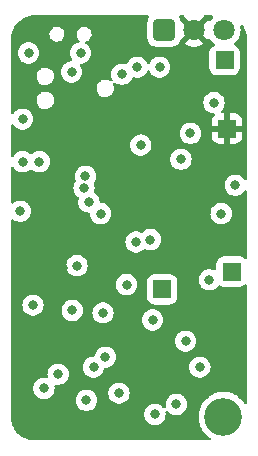
<source format=gbr>
%TF.GenerationSoftware,KiCad,Pcbnew,(7.0.0)*%
%TF.CreationDate,2024-01-15T13:38:26+01:00*%
%TF.ProjectId,LED_poi,4c45445f-706f-4692-9e6b-696361645f70,A*%
%TF.SameCoordinates,Original*%
%TF.FileFunction,Copper,L2,Inr*%
%TF.FilePolarity,Positive*%
%FSLAX46Y46*%
G04 Gerber Fmt 4.6, Leading zero omitted, Abs format (unit mm)*
G04 Created by KiCad (PCBNEW (7.0.0)) date 2024-01-15 13:38:26*
%MOMM*%
%LPD*%
G01*
G04 APERTURE LIST*
G04 Aperture macros list*
%AMRoundRect*
0 Rectangle with rounded corners*
0 $1 Rounding radius*
0 $2 $3 $4 $5 $6 $7 $8 $9 X,Y pos of 4 corners*
0 Add a 4 corners polygon primitive as box body*
4,1,4,$2,$3,$4,$5,$6,$7,$8,$9,$2,$3,0*
0 Add four circle primitives for the rounded corners*
1,1,$1+$1,$2,$3*
1,1,$1+$1,$4,$5*
1,1,$1+$1,$6,$7*
1,1,$1+$1,$8,$9*
0 Add four rect primitives between the rounded corners*
20,1,$1+$1,$2,$3,$4,$5,0*
20,1,$1+$1,$4,$5,$6,$7,0*
20,1,$1+$1,$6,$7,$8,$9,0*
20,1,$1+$1,$8,$9,$2,$3,0*%
G04 Aperture macros list end*
%TA.AperFunction,ComponentPad*%
%ADD10RoundRect,0.250000X-0.550000X-0.550000X0.550000X-0.550000X0.550000X0.550000X-0.550000X0.550000X0*%
%TD*%
%TA.AperFunction,ComponentPad*%
%ADD11RoundRect,0.248400X-0.651600X-0.651600X0.651600X-0.651600X0.651600X0.651600X-0.651600X0.651600X0*%
%TD*%
%TA.AperFunction,ComponentPad*%
%ADD12C,1.800000*%
%TD*%
%TA.AperFunction,ViaPad*%
%ADD13C,0.800000*%
%TD*%
%TA.AperFunction,ViaPad*%
%ADD14C,3.200000*%
%TD*%
G04 APERTURE END LIST*
D10*
%TO.N,VCC*%
%TO.C,J6*%
X100300000Y-55600000D03*
%TD*%
%TO.N,GND*%
%TO.C,J9*%
X100100000Y-49800000D03*
%TD*%
D11*
%TO.N,/IR_RX*%
%TO.C,U4*%
X94960000Y-47250000D03*
D12*
%TO.N,VCC*%
X97500000Y-47250000D03*
%TO.N,GND*%
X100040000Y-47250000D03*
%TD*%
D10*
%TO.N,/KEY*%
%TO.C,J7*%
X100700000Y-67700000D03*
%TD*%
%TO.N,+BATT*%
%TO.C,J5*%
X94800000Y-69200000D03*
%TD*%
D13*
%TO.N,GND*%
X99800000Y-62800000D03*
X87150500Y-50800000D03*
X91400000Y-51000000D03*
X88400000Y-78600000D03*
X83000000Y-54800000D03*
X84400000Y-58400000D03*
X101000000Y-60400000D03*
X93000000Y-57000000D03*
X94000000Y-71800000D03*
X88311043Y-59649500D03*
D14*
X100000000Y-80000000D03*
D13*
X96400000Y-58200000D03*
X87600000Y-67200000D03*
X89800000Y-71200000D03*
X96006220Y-78950500D03*
X82800000Y-62600000D03*
%TO.N,/XTAL2*%
X83000000Y-58400000D03*
X88195095Y-60642254D03*
%TO.N,/Data*%
X98800000Y-68400000D03*
X94200000Y-79800000D03*
X99200000Y-53400000D03*
%TO.N,+BATT*%
X83500000Y-49200000D03*
%TO.N,Net-(SW1-A)*%
X96800000Y-73600000D03*
X87897000Y-49200000D03*
%TO.N,+3.3V*%
X91150500Y-78000000D03*
%TO.N,Net-(J4-Pin_1)*%
X92700000Y-50400000D03*
%TO.N,Net-(J8-Pin_1)*%
X94600000Y-50400000D03*
%TO.N,/SCL_3V3*%
X84800000Y-77600000D03*
%TO.N,/SDA_3V3*%
X86000000Y-76400000D03*
%TO.N,/ACC_INT1*%
X91800000Y-68800000D03*
X90006220Y-74950500D03*
%TO.N,/PWR*%
X93800000Y-65000000D03*
X98000000Y-75800000D03*
%TO.N,/SDA*%
X87200000Y-71000000D03*
X89600000Y-62800000D03*
%TO.N,/SCL*%
X88600000Y-61800000D03*
X83871405Y-70549500D03*
%TO.N,VCC*%
X91400000Y-57000000D03*
X90600000Y-64000000D03*
X96449500Y-65393780D03*
X89049500Y-50806220D03*
X96000000Y-57000000D03*
X86400000Y-67400000D03*
X93200000Y-77200000D03*
X94000000Y-74000000D03*
%TO.N,/IR_RX*%
X97200000Y-56000000D03*
%TO.N,/ACC_INT2*%
X92600000Y-65200000D03*
X89000000Y-75800000D03*
%TD*%
%TA.AperFunction,Conductor*%
%TO.N,VCC*%
G36*
X93637891Y-46017567D02*
G01*
X93683389Y-46064068D01*
X93699082Y-46127205D01*
X93680650Y-46189597D01*
X93625046Y-46279747D01*
X93622776Y-46286595D01*
X93622774Y-46286601D01*
X93572109Y-46439498D01*
X93572107Y-46439503D01*
X93569979Y-46445928D01*
X93569291Y-46452658D01*
X93569290Y-46452665D01*
X93559819Y-46545368D01*
X93559818Y-46545385D01*
X93559500Y-46548499D01*
X93559500Y-46551645D01*
X93559500Y-46551646D01*
X93559500Y-47948351D01*
X93559500Y-47948370D01*
X93559501Y-47951500D01*
X93559820Y-47954632D01*
X93559821Y-47954633D01*
X93569290Y-48047335D01*
X93569291Y-48047342D01*
X93569979Y-48054072D01*
X93572107Y-48060494D01*
X93572108Y-48060498D01*
X93620065Y-48205224D01*
X93625046Y-48220253D01*
X93716952Y-48369256D01*
X93840744Y-48493048D01*
X93989747Y-48584954D01*
X94155928Y-48640021D01*
X94258499Y-48650500D01*
X95661500Y-48650499D01*
X95764072Y-48640021D01*
X95930253Y-48584954D01*
X96079256Y-48493048D01*
X96170313Y-48401991D01*
X96707006Y-48401991D01*
X96715113Y-48413181D01*
X96727602Y-48422901D01*
X96736151Y-48428487D01*
X96931194Y-48534039D01*
X96940547Y-48538141D01*
X97150290Y-48610146D01*
X97160199Y-48612655D01*
X97378929Y-48649155D01*
X97389127Y-48650000D01*
X97610873Y-48650000D01*
X97621070Y-48649155D01*
X97839800Y-48612655D01*
X97849709Y-48610146D01*
X98059452Y-48538141D01*
X98068805Y-48534039D01*
X98263845Y-48428488D01*
X98272397Y-48422901D01*
X98284888Y-48413179D01*
X98292992Y-48401992D01*
X98286331Y-48389884D01*
X97511542Y-47615095D01*
X97500000Y-47608431D01*
X97488457Y-47615095D01*
X96713666Y-48389885D01*
X96707006Y-48401991D01*
X96170313Y-48401991D01*
X96203048Y-48369256D01*
X96294954Y-48220253D01*
X96344567Y-48070530D01*
X96374592Y-48021854D01*
X97134904Y-47261542D01*
X97141568Y-47249999D01*
X97134904Y-47238457D01*
X96374591Y-46478144D01*
X96344566Y-46429467D01*
X96331866Y-46391142D01*
X96294954Y-46279747D01*
X96239349Y-46189597D01*
X96220918Y-46127205D01*
X96236611Y-46064068D01*
X96282109Y-46017567D01*
X96344888Y-46000500D01*
X96580217Y-46000500D01*
X96644387Y-46018395D01*
X96688438Y-46065219D01*
X96688847Y-46064995D01*
X96689718Y-46066579D01*
X96690036Y-46066917D01*
X96690119Y-46067308D01*
X96713667Y-46110114D01*
X97488457Y-46884904D01*
X97500000Y-46891568D01*
X97511542Y-46884904D01*
X98286332Y-46110113D01*
X98309887Y-46067296D01*
X98309972Y-46066900D01*
X98310292Y-46066559D01*
X98311153Y-46064995D01*
X98311556Y-46065216D01*
X98355620Y-46018391D01*
X98419782Y-46000500D01*
X99005246Y-46000500D01*
X99062452Y-46014484D01*
X99106755Y-46053283D01*
X99128163Y-46108145D01*
X99121846Y-46166696D01*
X99089824Y-46214834D01*
X99088216Y-46216087D01*
X99084747Y-46219855D01*
X99084743Y-46219859D01*
X98934491Y-46383077D01*
X98934488Y-46383080D01*
X98931021Y-46386847D01*
X98928225Y-46391126D01*
X98928213Y-46391142D01*
X98873509Y-46474873D01*
X98828718Y-46516106D01*
X98769701Y-46531051D01*
X98710684Y-46516106D01*
X98665893Y-46474874D01*
X98658753Y-46463947D01*
X98650786Y-46456222D01*
X98641405Y-46462146D01*
X97865095Y-47238457D01*
X97858431Y-47249999D01*
X97865095Y-47261542D01*
X98641405Y-48037852D01*
X98650786Y-48043776D01*
X98658752Y-48036053D01*
X98665890Y-48025128D01*
X98710680Y-47983893D01*
X98769698Y-47968947D01*
X98828716Y-47983892D01*
X98873508Y-48025125D01*
X98928213Y-48108857D01*
X98928221Y-48108867D01*
X98931021Y-48113153D01*
X99088216Y-48283913D01*
X99092263Y-48287063D01*
X99092270Y-48287069D01*
X99211909Y-48380188D01*
X99248586Y-48426628D01*
X99259564Y-48484777D01*
X99242342Y-48541392D01*
X99200844Y-48583579D01*
X99087491Y-48653496D01*
X99087490Y-48653497D01*
X99081344Y-48657288D01*
X99076242Y-48662389D01*
X99076238Y-48662393D01*
X98962393Y-48776238D01*
X98962389Y-48776242D01*
X98957288Y-48781344D01*
X98953503Y-48787480D01*
X98953497Y-48787488D01*
X98868977Y-48924519D01*
X98865186Y-48930666D01*
X98862915Y-48937517D01*
X98862914Y-48937521D01*
X98812131Y-49090774D01*
X98810001Y-49097203D01*
X98809313Y-49103933D01*
X98809312Y-49103940D01*
X98799819Y-49196859D01*
X98799818Y-49196877D01*
X98799500Y-49199991D01*
X98799500Y-49203138D01*
X98799500Y-49203139D01*
X98799500Y-50396859D01*
X98799500Y-50396878D01*
X98799501Y-50400008D01*
X98799820Y-50403140D01*
X98799821Y-50403141D01*
X98809312Y-50496061D01*
X98809313Y-50496069D01*
X98810001Y-50502797D01*
X98812129Y-50509219D01*
X98812130Y-50509223D01*
X98854768Y-50637894D01*
X98865186Y-50669334D01*
X98868977Y-50675480D01*
X98953497Y-50812511D01*
X98953500Y-50812515D01*
X98957288Y-50818656D01*
X99081344Y-50942712D01*
X99087485Y-50946500D01*
X99087488Y-50946502D01*
X99123390Y-50968646D01*
X99230666Y-51034814D01*
X99397203Y-51089999D01*
X99499991Y-51100500D01*
X100700008Y-51100499D01*
X100802797Y-51089999D01*
X100969334Y-51034814D01*
X101118656Y-50942712D01*
X101242712Y-50818656D01*
X101334814Y-50669334D01*
X101389999Y-50502797D01*
X101400500Y-50400009D01*
X101400499Y-49199992D01*
X101389999Y-49097203D01*
X101334814Y-48930666D01*
X101242712Y-48781344D01*
X101118656Y-48657288D01*
X101112515Y-48653500D01*
X101112511Y-48653497D01*
X100975480Y-48568977D01*
X100969334Y-48565186D01*
X100951923Y-48559416D01*
X100896953Y-48522609D01*
X100868731Y-48462775D01*
X100875292Y-48396945D01*
X100914766Y-48343858D01*
X100991784Y-48283913D01*
X101148979Y-48113153D01*
X101275924Y-47918849D01*
X101369157Y-47706300D01*
X101426134Y-47481305D01*
X101445300Y-47250000D01*
X101426134Y-47018695D01*
X101413914Y-46970440D01*
X101409097Y-46951417D01*
X101410891Y-46884167D01*
X101447539Y-46827751D01*
X101508254Y-46798776D01*
X101575163Y-46805769D01*
X101628574Y-46846672D01*
X101630553Y-46849316D01*
X101634383Y-46854729D01*
X101703424Y-46958056D01*
X101709154Y-46967520D01*
X101773183Y-47084779D01*
X101775556Y-47089348D01*
X101801526Y-47142009D01*
X101829969Y-47199687D01*
X101834938Y-47211196D01*
X101882556Y-47338863D01*
X101883793Y-47342338D01*
X101922470Y-47456276D01*
X101926217Y-47469777D01*
X101956613Y-47609508D01*
X101957064Y-47611675D01*
X101979224Y-47723080D01*
X101981291Y-47738425D01*
X101993995Y-47916046D01*
X101994045Y-47916781D01*
X101999234Y-47995942D01*
X101999500Y-48004053D01*
X101999500Y-59867410D01*
X101982887Y-59929410D01*
X101937500Y-59974797D01*
X101875500Y-59991410D01*
X101813500Y-59974797D01*
X101768113Y-59929410D01*
X101735781Y-59873410D01*
X101732533Y-59867784D01*
X101605871Y-59727112D01*
X101600613Y-59723292D01*
X101600611Y-59723290D01*
X101457988Y-59619669D01*
X101457987Y-59619668D01*
X101452730Y-59615849D01*
X101446792Y-59613205D01*
X101285745Y-59541501D01*
X101285740Y-59541499D01*
X101279803Y-59538856D01*
X101273444Y-59537504D01*
X101273440Y-59537503D01*
X101101008Y-59500852D01*
X101101005Y-59500851D01*
X101094646Y-59499500D01*
X100905354Y-59499500D01*
X100898995Y-59500851D01*
X100898991Y-59500852D01*
X100726559Y-59537503D01*
X100726552Y-59537505D01*
X100720197Y-59538856D01*
X100714262Y-59541498D01*
X100714254Y-59541501D01*
X100553207Y-59613205D01*
X100553202Y-59613207D01*
X100547270Y-59615849D01*
X100542016Y-59619665D01*
X100542011Y-59619669D01*
X100399388Y-59723290D01*
X100399381Y-59723295D01*
X100394129Y-59727112D01*
X100389784Y-59731937D01*
X100389779Y-59731942D01*
X100271813Y-59862956D01*
X100271808Y-59862962D01*
X100267467Y-59867784D01*
X100264222Y-59873404D01*
X100264218Y-59873410D01*
X100176069Y-60026089D01*
X100176066Y-60026094D01*
X100172821Y-60031716D01*
X100170815Y-60037888D01*
X100170813Y-60037894D01*
X100116333Y-60205564D01*
X100116331Y-60205573D01*
X100114326Y-60211744D01*
X100113648Y-60218194D01*
X100113646Y-60218204D01*
X100095962Y-60386464D01*
X100094540Y-60400000D01*
X100095219Y-60406460D01*
X100113646Y-60581795D01*
X100113647Y-60581803D01*
X100114326Y-60588256D01*
X100116331Y-60594428D01*
X100116333Y-60594435D01*
X100129772Y-60635794D01*
X100172821Y-60768284D01*
X100176068Y-60773908D01*
X100176069Y-60773910D01*
X100212314Y-60836689D01*
X100267467Y-60932216D01*
X100271811Y-60937041D01*
X100271813Y-60937043D01*
X100338917Y-61011569D01*
X100394129Y-61072888D01*
X100547270Y-61184151D01*
X100720197Y-61261144D01*
X100905354Y-61300500D01*
X101088143Y-61300500D01*
X101094646Y-61300500D01*
X101279803Y-61261144D01*
X101452730Y-61184151D01*
X101605871Y-61072888D01*
X101732533Y-60932216D01*
X101768112Y-60870590D01*
X101813500Y-60825203D01*
X101875500Y-60808590D01*
X101937500Y-60825203D01*
X101982887Y-60870590D01*
X101999500Y-60932590D01*
X101999500Y-66538770D01*
X101985985Y-66595065D01*
X101948385Y-66639088D01*
X101894898Y-66661243D01*
X101837182Y-66656701D01*
X101787819Y-66626451D01*
X101723761Y-66562393D01*
X101723760Y-66562392D01*
X101718656Y-66557288D01*
X101712515Y-66553500D01*
X101712511Y-66553497D01*
X101575480Y-66468977D01*
X101569334Y-66465186D01*
X101402797Y-66410001D01*
X101396064Y-66409313D01*
X101396059Y-66409312D01*
X101303140Y-66399819D01*
X101303123Y-66399818D01*
X101300009Y-66399500D01*
X101296860Y-66399500D01*
X100103140Y-66399500D01*
X100103120Y-66399500D01*
X100099992Y-66399501D01*
X100096860Y-66399820D01*
X100096858Y-66399821D01*
X100003938Y-66409312D01*
X100003928Y-66409313D01*
X99997203Y-66410001D01*
X99990781Y-66412128D01*
X99990776Y-66412130D01*
X99837521Y-66462914D01*
X99837517Y-66462915D01*
X99830666Y-66465186D01*
X99824522Y-66468975D01*
X99824519Y-66468977D01*
X99687488Y-66553497D01*
X99687480Y-66553503D01*
X99681344Y-66557288D01*
X99676242Y-66562389D01*
X99676238Y-66562393D01*
X99562393Y-66676238D01*
X99562389Y-66676242D01*
X99557288Y-66681344D01*
X99553503Y-66687480D01*
X99553497Y-66687488D01*
X99468977Y-66824519D01*
X99465186Y-66830666D01*
X99462915Y-66837517D01*
X99462914Y-66837521D01*
X99412131Y-66990774D01*
X99410001Y-66997203D01*
X99409313Y-67003933D01*
X99409312Y-67003940D01*
X99399819Y-67096859D01*
X99399818Y-67096877D01*
X99399500Y-67099991D01*
X99399500Y-67103140D01*
X99399500Y-67490252D01*
X99384473Y-67549420D01*
X99343035Y-67594247D01*
X99285229Y-67613870D01*
X99225064Y-67603531D01*
X99085745Y-67541501D01*
X99085740Y-67541499D01*
X99079803Y-67538856D01*
X99073444Y-67537504D01*
X99073440Y-67537503D01*
X98901008Y-67500852D01*
X98901005Y-67500851D01*
X98894646Y-67499500D01*
X98705354Y-67499500D01*
X98698995Y-67500851D01*
X98698991Y-67500852D01*
X98526559Y-67537503D01*
X98526552Y-67537505D01*
X98520197Y-67538856D01*
X98514262Y-67541498D01*
X98514254Y-67541501D01*
X98353207Y-67613205D01*
X98353202Y-67613207D01*
X98347270Y-67615849D01*
X98342016Y-67619665D01*
X98342011Y-67619669D01*
X98199388Y-67723290D01*
X98199381Y-67723295D01*
X98194129Y-67727112D01*
X98189784Y-67731937D01*
X98189779Y-67731942D01*
X98071813Y-67862956D01*
X98071808Y-67862962D01*
X98067467Y-67867784D01*
X98064222Y-67873404D01*
X98064218Y-67873410D01*
X97976069Y-68026089D01*
X97976066Y-68026094D01*
X97972821Y-68031716D01*
X97970815Y-68037888D01*
X97970813Y-68037894D01*
X97916333Y-68205564D01*
X97916331Y-68205573D01*
X97914326Y-68211744D01*
X97913648Y-68218194D01*
X97913646Y-68218204D01*
X97895962Y-68386464D01*
X97894540Y-68400000D01*
X97895219Y-68406460D01*
X97913646Y-68581795D01*
X97913647Y-68581803D01*
X97914326Y-68588256D01*
X97916331Y-68594428D01*
X97916333Y-68594435D01*
X97970813Y-68762105D01*
X97972821Y-68768284D01*
X97976068Y-68773908D01*
X97976069Y-68773910D01*
X97987402Y-68793540D01*
X98067467Y-68932216D01*
X98071811Y-68937041D01*
X98071813Y-68937043D01*
X98123489Y-68994435D01*
X98194129Y-69072888D01*
X98347270Y-69184151D01*
X98520197Y-69261144D01*
X98705354Y-69300500D01*
X98888143Y-69300500D01*
X98894646Y-69300500D01*
X99079803Y-69261144D01*
X99252730Y-69184151D01*
X99405871Y-69072888D01*
X99532533Y-68932216D01*
X99545885Y-68909088D01*
X99592312Y-68863106D01*
X99655674Y-68847110D01*
X99718365Y-68865547D01*
X99830666Y-68934814D01*
X99997203Y-68989999D01*
X100099991Y-69000500D01*
X101300008Y-69000499D01*
X101402797Y-68989999D01*
X101569334Y-68934814D01*
X101718656Y-68842712D01*
X101787818Y-68773549D01*
X101837182Y-68743299D01*
X101894898Y-68738757D01*
X101948385Y-68760912D01*
X101985985Y-68804935D01*
X101999500Y-68861230D01*
X101999500Y-78799557D01*
X101983998Y-78859591D01*
X101941369Y-78904615D01*
X101882271Y-78923372D01*
X101821480Y-78911172D01*
X101774197Y-78871067D01*
X101633189Y-78671302D01*
X101437053Y-78461292D01*
X101433771Y-78458622D01*
X101433768Y-78458619D01*
X101217429Y-78282615D01*
X101217428Y-78282614D01*
X101214147Y-78279945D01*
X101027347Y-78166349D01*
X100972243Y-78132839D01*
X100972241Y-78132838D01*
X100968625Y-78130639D01*
X100964745Y-78128953D01*
X100964738Y-78128950D01*
X100708939Y-78017841D01*
X100708929Y-78017837D01*
X100705058Y-78016156D01*
X100700986Y-78015015D01*
X100432437Y-77939771D01*
X100432424Y-77939768D01*
X100428358Y-77938629D01*
X100424168Y-77938053D01*
X100424158Y-77938051D01*
X100147875Y-77900076D01*
X100147862Y-77900075D01*
X100143678Y-77899500D01*
X99856322Y-77899500D01*
X99852138Y-77900075D01*
X99852124Y-77900076D01*
X99575841Y-77938051D01*
X99575828Y-77938053D01*
X99571642Y-77938629D01*
X99567577Y-77939767D01*
X99567562Y-77939771D01*
X99299013Y-78015015D01*
X99299008Y-78015016D01*
X99294942Y-78016156D01*
X99291075Y-78017835D01*
X99291060Y-78017841D01*
X99035261Y-78128950D01*
X99035248Y-78128956D01*
X99031375Y-78130639D01*
X99027764Y-78132834D01*
X99027756Y-78132839D01*
X98789465Y-78277748D01*
X98789460Y-78277751D01*
X98785853Y-78279945D01*
X98782578Y-78282609D01*
X98782570Y-78282615D01*
X98566231Y-78458619D01*
X98566220Y-78458628D01*
X98562947Y-78461292D01*
X98560068Y-78464374D01*
X98560059Y-78464383D01*
X98369699Y-78668209D01*
X98369694Y-78668214D01*
X98366811Y-78671302D01*
X98364375Y-78674752D01*
X98364366Y-78674764D01*
X98203545Y-78902598D01*
X98203541Y-78902603D01*
X98201099Y-78906064D01*
X98199153Y-78909818D01*
X98199149Y-78909826D01*
X98070845Y-79157440D01*
X98070840Y-79157450D01*
X98068896Y-79161203D01*
X98067479Y-79165188D01*
X98067475Y-79165199D01*
X97974755Y-79426089D01*
X97972666Y-79431968D01*
X97971804Y-79436113D01*
X97971803Y-79436119D01*
X97915063Y-79709167D01*
X97915061Y-79709177D01*
X97914202Y-79713314D01*
X97913913Y-79717529D01*
X97913913Y-79717534D01*
X97904784Y-79851000D01*
X97894592Y-80000000D01*
X97914202Y-80286686D01*
X97915061Y-80290824D01*
X97915063Y-80290832D01*
X97951891Y-80468057D01*
X97972666Y-80568032D01*
X97974084Y-80572023D01*
X97974085Y-80572025D01*
X98051127Y-80788802D01*
X98068896Y-80838797D01*
X98070843Y-80842555D01*
X98070845Y-80842559D01*
X98169254Y-81032478D01*
X98201099Y-81093936D01*
X98203545Y-81097401D01*
X98364366Y-81325235D01*
X98364370Y-81325240D01*
X98366811Y-81328698D01*
X98562947Y-81538708D01*
X98566228Y-81541377D01*
X98566231Y-81541380D01*
X98675834Y-81630548D01*
X98785853Y-81720055D01*
X98867247Y-81769552D01*
X98911317Y-81815466D01*
X98926806Y-81877194D01*
X98909636Y-81938475D01*
X98864328Y-81983168D01*
X98802818Y-81999500D01*
X84004053Y-81999500D01*
X83995942Y-81999234D01*
X83916781Y-81994045D01*
X83916046Y-81993995D01*
X83738425Y-81981291D01*
X83723080Y-81979224D01*
X83611675Y-81957064D01*
X83609508Y-81956613D01*
X83469777Y-81926217D01*
X83456276Y-81922470D01*
X83342338Y-81883793D01*
X83338863Y-81882556D01*
X83211196Y-81834938D01*
X83199687Y-81829969D01*
X83134947Y-81798043D01*
X83089348Y-81775556D01*
X83084779Y-81773183D01*
X82967520Y-81709154D01*
X82958056Y-81703424D01*
X82854729Y-81634383D01*
X82849310Y-81630548D01*
X82793396Y-81588691D01*
X82743278Y-81551173D01*
X82735848Y-81545150D01*
X82642022Y-81462867D01*
X82636100Y-81457320D01*
X82542678Y-81363898D01*
X82537131Y-81357976D01*
X82454844Y-81264145D01*
X82448830Y-81256727D01*
X82369450Y-81150688D01*
X82365615Y-81145269D01*
X82296574Y-81041942D01*
X82290844Y-81032478D01*
X82226798Y-80915187D01*
X82224461Y-80910687D01*
X82170024Y-80800300D01*
X82165060Y-80788802D01*
X82132125Y-80700500D01*
X82117420Y-80661074D01*
X82116228Y-80657725D01*
X82077522Y-80543703D01*
X82073786Y-80530240D01*
X82043374Y-80390437D01*
X82042945Y-80388378D01*
X82020772Y-80276904D01*
X82018709Y-80261587D01*
X82005991Y-80083767D01*
X82005978Y-80083586D01*
X82000764Y-80004042D01*
X82000500Y-79995935D01*
X82000500Y-79800000D01*
X93294540Y-79800000D01*
X93295219Y-79806460D01*
X93313646Y-79981795D01*
X93313647Y-79981803D01*
X93314326Y-79988256D01*
X93316331Y-79994428D01*
X93316333Y-79994435D01*
X93370813Y-80162105D01*
X93372821Y-80168284D01*
X93467467Y-80332216D01*
X93471811Y-80337041D01*
X93471813Y-80337043D01*
X93520501Y-80391116D01*
X93594129Y-80472888D01*
X93747270Y-80584151D01*
X93920197Y-80661144D01*
X94105354Y-80700500D01*
X94288143Y-80700500D01*
X94294646Y-80700500D01*
X94479803Y-80661144D01*
X94652730Y-80584151D01*
X94805871Y-80472888D01*
X94932533Y-80332216D01*
X95027179Y-80168284D01*
X95085674Y-79988256D01*
X95105460Y-79800000D01*
X95085674Y-79611744D01*
X95087487Y-79611553D01*
X95090336Y-79557073D01*
X95125292Y-79503235D01*
X95182484Y-79474090D01*
X95246586Y-79477447D01*
X95300421Y-79512407D01*
X95340638Y-79557073D01*
X95400349Y-79623388D01*
X95553490Y-79734651D01*
X95726417Y-79811644D01*
X95911574Y-79851000D01*
X96094363Y-79851000D01*
X96100866Y-79851000D01*
X96286023Y-79811644D01*
X96458950Y-79734651D01*
X96612091Y-79623388D01*
X96738753Y-79482716D01*
X96833399Y-79318784D01*
X96891894Y-79138756D01*
X96911680Y-78950500D01*
X96891894Y-78762244D01*
X96833399Y-78582216D01*
X96738753Y-78418284D01*
X96732864Y-78411744D01*
X96616440Y-78282442D01*
X96616439Y-78282441D01*
X96612091Y-78277612D01*
X96606833Y-78273792D01*
X96606831Y-78273790D01*
X96464208Y-78170169D01*
X96464207Y-78170168D01*
X96458950Y-78166349D01*
X96453012Y-78163705D01*
X96291965Y-78092001D01*
X96291960Y-78091999D01*
X96286023Y-78089356D01*
X96279664Y-78088004D01*
X96279660Y-78088003D01*
X96107228Y-78051352D01*
X96107225Y-78051351D01*
X96100866Y-78050000D01*
X95911574Y-78050000D01*
X95905215Y-78051351D01*
X95905211Y-78051352D01*
X95732779Y-78088003D01*
X95732772Y-78088005D01*
X95726417Y-78089356D01*
X95720482Y-78091998D01*
X95720474Y-78092001D01*
X95559427Y-78163705D01*
X95559422Y-78163707D01*
X95553490Y-78166349D01*
X95548236Y-78170165D01*
X95548231Y-78170169D01*
X95405608Y-78273790D01*
X95405601Y-78273795D01*
X95400349Y-78277612D01*
X95396004Y-78282437D01*
X95395999Y-78282442D01*
X95278033Y-78413456D01*
X95278028Y-78413462D01*
X95273687Y-78418284D01*
X95270442Y-78423904D01*
X95270438Y-78423910D01*
X95182289Y-78576589D01*
X95182286Y-78576594D01*
X95179041Y-78582216D01*
X95177035Y-78588388D01*
X95177033Y-78588394D01*
X95122553Y-78756064D01*
X95122551Y-78756073D01*
X95120546Y-78762244D01*
X95119868Y-78768694D01*
X95119866Y-78768704D01*
X95105430Y-78906064D01*
X95100760Y-78950500D01*
X95119267Y-79126589D01*
X95120546Y-79138756D01*
X95118737Y-79138946D01*
X95115876Y-79193447D01*
X95080915Y-79247275D01*
X95023725Y-79276411D01*
X94959628Y-79273050D01*
X94905798Y-79238092D01*
X94810220Y-79131942D01*
X94810219Y-79131941D01*
X94805871Y-79127112D01*
X94800613Y-79123292D01*
X94800611Y-79123290D01*
X94657988Y-79019669D01*
X94657987Y-79019668D01*
X94652730Y-79015849D01*
X94646792Y-79013205D01*
X94485745Y-78941501D01*
X94485740Y-78941499D01*
X94479803Y-78938856D01*
X94473444Y-78937504D01*
X94473440Y-78937503D01*
X94301008Y-78900852D01*
X94301005Y-78900851D01*
X94294646Y-78899500D01*
X94105354Y-78899500D01*
X94098995Y-78900851D01*
X94098991Y-78900852D01*
X93926559Y-78937503D01*
X93926552Y-78937505D01*
X93920197Y-78938856D01*
X93914262Y-78941498D01*
X93914254Y-78941501D01*
X93753207Y-79013205D01*
X93753202Y-79013207D01*
X93747270Y-79015849D01*
X93742016Y-79019665D01*
X93742011Y-79019669D01*
X93599388Y-79123290D01*
X93599381Y-79123295D01*
X93594129Y-79127112D01*
X93589784Y-79131937D01*
X93589779Y-79131942D01*
X93471813Y-79262956D01*
X93471808Y-79262962D01*
X93467467Y-79267784D01*
X93464222Y-79273404D01*
X93464218Y-79273410D01*
X93376069Y-79426089D01*
X93376066Y-79426094D01*
X93372821Y-79431716D01*
X93370815Y-79437888D01*
X93370813Y-79437894D01*
X93316333Y-79605564D01*
X93316331Y-79605573D01*
X93314326Y-79611744D01*
X93313648Y-79618194D01*
X93313646Y-79618204D01*
X93303207Y-79717534D01*
X93294540Y-79800000D01*
X82000500Y-79800000D01*
X82000500Y-78600000D01*
X87494540Y-78600000D01*
X87495219Y-78606460D01*
X87513646Y-78781795D01*
X87513647Y-78781803D01*
X87514326Y-78788256D01*
X87516331Y-78794428D01*
X87516333Y-78794435D01*
X87570813Y-78962105D01*
X87572821Y-78968284D01*
X87576068Y-78973908D01*
X87576069Y-78973910D01*
X87662313Y-79123290D01*
X87667467Y-79132216D01*
X87671811Y-79137041D01*
X87671813Y-79137043D01*
X87678919Y-79144935D01*
X87794129Y-79272888D01*
X87947270Y-79384151D01*
X88120197Y-79461144D01*
X88305354Y-79500500D01*
X88488143Y-79500500D01*
X88494646Y-79500500D01*
X88679803Y-79461144D01*
X88852730Y-79384151D01*
X89005871Y-79272888D01*
X89132533Y-79132216D01*
X89227179Y-78968284D01*
X89285674Y-78788256D01*
X89305460Y-78600000D01*
X89285674Y-78411744D01*
X89227179Y-78231716D01*
X89132533Y-78067784D01*
X89085019Y-78015015D01*
X89071499Y-78000000D01*
X90245040Y-78000000D01*
X90245719Y-78006460D01*
X90264146Y-78181795D01*
X90264147Y-78181803D01*
X90264826Y-78188256D01*
X90266831Y-78194428D01*
X90266833Y-78194435D01*
X90295429Y-78282442D01*
X90323321Y-78368284D01*
X90326568Y-78373908D01*
X90326569Y-78373910D01*
X90398874Y-78499147D01*
X90417967Y-78532216D01*
X90422311Y-78537041D01*
X90422313Y-78537043D01*
X90479000Y-78600000D01*
X90544629Y-78672888D01*
X90697770Y-78784151D01*
X90870697Y-78861144D01*
X91055854Y-78900500D01*
X91238643Y-78900500D01*
X91245146Y-78900500D01*
X91430303Y-78861144D01*
X91603230Y-78784151D01*
X91756371Y-78672888D01*
X91883033Y-78532216D01*
X91977679Y-78368284D01*
X92036174Y-78188256D01*
X92055960Y-78000000D01*
X92036174Y-77811744D01*
X91977679Y-77631716D01*
X91883033Y-77467784D01*
X91756371Y-77327112D01*
X91751113Y-77323292D01*
X91751111Y-77323290D01*
X91608488Y-77219669D01*
X91608487Y-77219668D01*
X91603230Y-77215849D01*
X91597292Y-77213205D01*
X91436245Y-77141501D01*
X91436240Y-77141499D01*
X91430303Y-77138856D01*
X91423944Y-77137504D01*
X91423940Y-77137503D01*
X91251508Y-77100852D01*
X91251505Y-77100851D01*
X91245146Y-77099500D01*
X91055854Y-77099500D01*
X91049495Y-77100851D01*
X91049491Y-77100852D01*
X90877059Y-77137503D01*
X90877052Y-77137505D01*
X90870697Y-77138856D01*
X90864762Y-77141498D01*
X90864754Y-77141501D01*
X90703707Y-77213205D01*
X90703702Y-77213207D01*
X90697770Y-77215849D01*
X90692516Y-77219665D01*
X90692511Y-77219669D01*
X90549888Y-77323290D01*
X90549881Y-77323295D01*
X90544629Y-77327112D01*
X90540284Y-77331937D01*
X90540279Y-77331942D01*
X90422313Y-77462956D01*
X90422308Y-77462962D01*
X90417967Y-77467784D01*
X90414722Y-77473404D01*
X90414718Y-77473410D01*
X90326569Y-77626089D01*
X90326566Y-77626094D01*
X90323321Y-77631716D01*
X90321315Y-77637888D01*
X90321313Y-77637894D01*
X90266833Y-77805564D01*
X90266831Y-77805573D01*
X90264826Y-77811744D01*
X90264148Y-77818194D01*
X90264146Y-77818204D01*
X90252193Y-77931942D01*
X90245040Y-78000000D01*
X89071499Y-78000000D01*
X89010220Y-77931942D01*
X89010219Y-77931941D01*
X89005871Y-77927112D01*
X89000613Y-77923292D01*
X89000611Y-77923290D01*
X88857988Y-77819669D01*
X88857987Y-77819668D01*
X88852730Y-77815849D01*
X88846792Y-77813205D01*
X88685745Y-77741501D01*
X88685740Y-77741499D01*
X88679803Y-77738856D01*
X88673444Y-77737504D01*
X88673440Y-77737503D01*
X88501008Y-77700852D01*
X88501005Y-77700851D01*
X88494646Y-77699500D01*
X88305354Y-77699500D01*
X88298995Y-77700851D01*
X88298991Y-77700852D01*
X88126559Y-77737503D01*
X88126552Y-77737505D01*
X88120197Y-77738856D01*
X88114262Y-77741498D01*
X88114254Y-77741501D01*
X87953207Y-77813205D01*
X87953202Y-77813207D01*
X87947270Y-77815849D01*
X87942016Y-77819665D01*
X87942011Y-77819669D01*
X87799388Y-77923290D01*
X87799381Y-77923295D01*
X87794129Y-77927112D01*
X87789784Y-77931937D01*
X87789779Y-77931942D01*
X87671813Y-78062956D01*
X87671808Y-78062962D01*
X87667467Y-78067784D01*
X87664222Y-78073404D01*
X87664218Y-78073410D01*
X87576069Y-78226089D01*
X87576066Y-78226094D01*
X87572821Y-78231716D01*
X87570815Y-78237888D01*
X87570813Y-78237894D01*
X87516333Y-78405564D01*
X87516331Y-78405573D01*
X87514326Y-78411744D01*
X87513648Y-78418194D01*
X87513646Y-78418204D01*
X87496409Y-78582216D01*
X87494540Y-78600000D01*
X82000500Y-78600000D01*
X82000500Y-77600000D01*
X83894540Y-77600000D01*
X83895219Y-77606460D01*
X83913646Y-77781795D01*
X83913647Y-77781803D01*
X83914326Y-77788256D01*
X83916331Y-77794428D01*
X83916333Y-77794435D01*
X83970813Y-77962105D01*
X83972821Y-77968284D01*
X83976068Y-77973908D01*
X83976069Y-77973910D01*
X84041940Y-78088003D01*
X84067467Y-78132216D01*
X84071811Y-78137041D01*
X84071813Y-78137043D01*
X84101640Y-78170169D01*
X84194129Y-78272888D01*
X84347270Y-78384151D01*
X84520197Y-78461144D01*
X84705354Y-78500500D01*
X84888143Y-78500500D01*
X84894646Y-78500500D01*
X85079803Y-78461144D01*
X85252730Y-78384151D01*
X85405871Y-78272888D01*
X85532533Y-78132216D01*
X85627179Y-77968284D01*
X85685674Y-77788256D01*
X85705460Y-77600000D01*
X85686534Y-77419930D01*
X85694091Y-77362533D01*
X85726883Y-77314821D01*
X85777761Y-77287196D01*
X85835635Y-77285681D01*
X85905354Y-77300500D01*
X86088143Y-77300500D01*
X86094646Y-77300500D01*
X86279803Y-77261144D01*
X86452730Y-77184151D01*
X86605871Y-77072888D01*
X86732533Y-76932216D01*
X86827179Y-76768284D01*
X86885674Y-76588256D01*
X86905460Y-76400000D01*
X86885674Y-76211744D01*
X86827179Y-76031716D01*
X86732533Y-75867784D01*
X86677316Y-75806460D01*
X86671499Y-75800000D01*
X88094540Y-75800000D01*
X88095219Y-75806460D01*
X88113646Y-75981795D01*
X88113647Y-75981803D01*
X88114326Y-75988256D01*
X88116331Y-75994428D01*
X88116333Y-75994435D01*
X88130454Y-76037894D01*
X88172821Y-76168284D01*
X88176068Y-76173908D01*
X88176069Y-76173910D01*
X88197912Y-76211744D01*
X88267467Y-76332216D01*
X88271811Y-76337041D01*
X88271813Y-76337043D01*
X88389779Y-76468057D01*
X88394129Y-76472888D01*
X88547270Y-76584151D01*
X88720197Y-76661144D01*
X88905354Y-76700500D01*
X89088143Y-76700500D01*
X89094646Y-76700500D01*
X89279803Y-76661144D01*
X89452730Y-76584151D01*
X89605871Y-76472888D01*
X89732533Y-76332216D01*
X89827179Y-76168284D01*
X89885674Y-75988256D01*
X89888429Y-75962040D01*
X89908948Y-75905661D01*
X89953535Y-75865515D01*
X90011750Y-75851000D01*
X90094363Y-75851000D01*
X90100866Y-75851000D01*
X90286023Y-75811644D01*
X90312176Y-75800000D01*
X97094540Y-75800000D01*
X97095219Y-75806460D01*
X97113646Y-75981795D01*
X97113647Y-75981803D01*
X97114326Y-75988256D01*
X97116331Y-75994428D01*
X97116333Y-75994435D01*
X97130454Y-76037894D01*
X97172821Y-76168284D01*
X97176068Y-76173908D01*
X97176069Y-76173910D01*
X97197912Y-76211744D01*
X97267467Y-76332216D01*
X97271811Y-76337041D01*
X97271813Y-76337043D01*
X97389779Y-76468057D01*
X97394129Y-76472888D01*
X97547270Y-76584151D01*
X97720197Y-76661144D01*
X97905354Y-76700500D01*
X98088143Y-76700500D01*
X98094646Y-76700500D01*
X98279803Y-76661144D01*
X98452730Y-76584151D01*
X98605871Y-76472888D01*
X98732533Y-76332216D01*
X98827179Y-76168284D01*
X98885674Y-75988256D01*
X98905460Y-75800000D01*
X98885674Y-75611744D01*
X98827179Y-75431716D01*
X98732533Y-75267784D01*
X98605871Y-75127112D01*
X98600613Y-75123292D01*
X98600611Y-75123290D01*
X98457988Y-75019669D01*
X98457987Y-75019668D01*
X98452730Y-75015849D01*
X98446792Y-75013205D01*
X98285745Y-74941501D01*
X98285740Y-74941499D01*
X98279803Y-74938856D01*
X98273444Y-74937504D01*
X98273440Y-74937503D01*
X98101008Y-74900852D01*
X98101005Y-74900851D01*
X98094646Y-74899500D01*
X97905354Y-74899500D01*
X97898995Y-74900851D01*
X97898991Y-74900852D01*
X97726559Y-74937503D01*
X97726552Y-74937505D01*
X97720197Y-74938856D01*
X97714262Y-74941498D01*
X97714254Y-74941501D01*
X97553207Y-75013205D01*
X97553202Y-75013207D01*
X97547270Y-75015849D01*
X97542016Y-75019665D01*
X97542011Y-75019669D01*
X97399388Y-75123290D01*
X97399381Y-75123295D01*
X97394129Y-75127112D01*
X97389784Y-75131937D01*
X97389779Y-75131942D01*
X97271813Y-75262956D01*
X97271808Y-75262962D01*
X97267467Y-75267784D01*
X97264222Y-75273404D01*
X97264218Y-75273410D01*
X97176069Y-75426089D01*
X97176066Y-75426094D01*
X97172821Y-75431716D01*
X97170815Y-75437888D01*
X97170813Y-75437894D01*
X97116333Y-75605564D01*
X97116331Y-75605573D01*
X97114326Y-75611744D01*
X97113648Y-75618194D01*
X97113646Y-75618204D01*
X97101810Y-75730830D01*
X97094540Y-75800000D01*
X90312176Y-75800000D01*
X90458950Y-75734651D01*
X90612091Y-75623388D01*
X90738753Y-75482716D01*
X90833399Y-75318784D01*
X90891894Y-75138756D01*
X90911680Y-74950500D01*
X90891894Y-74762244D01*
X90833399Y-74582216D01*
X90738753Y-74418284D01*
X90708019Y-74384151D01*
X90616440Y-74282442D01*
X90616439Y-74282441D01*
X90612091Y-74277612D01*
X90606833Y-74273792D01*
X90606831Y-74273790D01*
X90464208Y-74170169D01*
X90464207Y-74170168D01*
X90458950Y-74166349D01*
X90453012Y-74163705D01*
X90291965Y-74092001D01*
X90291960Y-74091999D01*
X90286023Y-74089356D01*
X90279664Y-74088004D01*
X90279660Y-74088003D01*
X90107228Y-74051352D01*
X90107225Y-74051351D01*
X90100866Y-74050000D01*
X89911574Y-74050000D01*
X89905215Y-74051351D01*
X89905211Y-74051352D01*
X89732779Y-74088003D01*
X89732772Y-74088005D01*
X89726417Y-74089356D01*
X89720482Y-74091998D01*
X89720474Y-74092001D01*
X89559427Y-74163705D01*
X89559422Y-74163707D01*
X89553490Y-74166349D01*
X89548236Y-74170165D01*
X89548231Y-74170169D01*
X89405608Y-74273790D01*
X89405601Y-74273795D01*
X89400349Y-74277612D01*
X89396004Y-74282437D01*
X89395999Y-74282442D01*
X89278033Y-74413456D01*
X89278028Y-74413462D01*
X89273687Y-74418284D01*
X89270442Y-74423904D01*
X89270438Y-74423910D01*
X89182289Y-74576589D01*
X89182286Y-74576594D01*
X89179041Y-74582216D01*
X89177035Y-74588388D01*
X89177033Y-74588394D01*
X89122554Y-74756063D01*
X89120546Y-74762244D01*
X89119867Y-74768696D01*
X89119866Y-74768705D01*
X89117790Y-74788463D01*
X89097269Y-74844841D01*
X89052683Y-74884986D01*
X88994469Y-74899500D01*
X88905354Y-74899500D01*
X88898995Y-74900851D01*
X88898991Y-74900852D01*
X88726559Y-74937503D01*
X88726552Y-74937505D01*
X88720197Y-74938856D01*
X88714262Y-74941498D01*
X88714254Y-74941501D01*
X88553207Y-75013205D01*
X88553202Y-75013207D01*
X88547270Y-75015849D01*
X88542016Y-75019665D01*
X88542011Y-75019669D01*
X88399388Y-75123290D01*
X88399381Y-75123295D01*
X88394129Y-75127112D01*
X88389784Y-75131937D01*
X88389779Y-75131942D01*
X88271813Y-75262956D01*
X88271808Y-75262962D01*
X88267467Y-75267784D01*
X88264222Y-75273404D01*
X88264218Y-75273410D01*
X88176069Y-75426089D01*
X88176066Y-75426094D01*
X88172821Y-75431716D01*
X88170815Y-75437888D01*
X88170813Y-75437894D01*
X88116333Y-75605564D01*
X88116331Y-75605573D01*
X88114326Y-75611744D01*
X88113648Y-75618194D01*
X88113646Y-75618204D01*
X88101810Y-75730830D01*
X88094540Y-75800000D01*
X86671499Y-75800000D01*
X86610220Y-75731942D01*
X86610219Y-75731941D01*
X86605871Y-75727112D01*
X86600613Y-75723292D01*
X86600611Y-75723290D01*
X86457988Y-75619669D01*
X86457987Y-75619668D01*
X86452730Y-75615849D01*
X86446792Y-75613205D01*
X86285745Y-75541501D01*
X86285740Y-75541499D01*
X86279803Y-75538856D01*
X86273444Y-75537504D01*
X86273440Y-75537503D01*
X86101008Y-75500852D01*
X86101005Y-75500851D01*
X86094646Y-75499500D01*
X85905354Y-75499500D01*
X85898995Y-75500851D01*
X85898991Y-75500852D01*
X85726559Y-75537503D01*
X85726552Y-75537505D01*
X85720197Y-75538856D01*
X85714262Y-75541498D01*
X85714254Y-75541501D01*
X85553207Y-75613205D01*
X85553202Y-75613207D01*
X85547270Y-75615849D01*
X85542016Y-75619665D01*
X85542011Y-75619669D01*
X85399388Y-75723290D01*
X85399381Y-75723295D01*
X85394129Y-75727112D01*
X85389784Y-75731937D01*
X85389779Y-75731942D01*
X85271813Y-75862956D01*
X85271808Y-75862962D01*
X85267467Y-75867784D01*
X85264222Y-75873404D01*
X85264218Y-75873410D01*
X85176069Y-76026089D01*
X85176066Y-76026094D01*
X85172821Y-76031716D01*
X85170815Y-76037888D01*
X85170813Y-76037894D01*
X85116333Y-76205564D01*
X85116331Y-76205573D01*
X85114326Y-76211744D01*
X85113648Y-76218194D01*
X85113646Y-76218204D01*
X85101664Y-76332216D01*
X85094540Y-76400000D01*
X85095219Y-76406460D01*
X85095219Y-76406461D01*
X85113465Y-76580067D01*
X85105908Y-76637466D01*
X85073117Y-76685178D01*
X85022238Y-76712803D01*
X84964364Y-76714318D01*
X84894646Y-76699500D01*
X84705354Y-76699500D01*
X84698995Y-76700851D01*
X84698991Y-76700852D01*
X84526559Y-76737503D01*
X84526552Y-76737505D01*
X84520197Y-76738856D01*
X84514262Y-76741498D01*
X84514254Y-76741501D01*
X84353207Y-76813205D01*
X84353202Y-76813207D01*
X84347270Y-76815849D01*
X84342016Y-76819665D01*
X84342011Y-76819669D01*
X84199388Y-76923290D01*
X84199381Y-76923295D01*
X84194129Y-76927112D01*
X84189784Y-76931937D01*
X84189779Y-76931942D01*
X84071813Y-77062956D01*
X84071808Y-77062962D01*
X84067467Y-77067784D01*
X84064222Y-77073404D01*
X84064218Y-77073410D01*
X83976069Y-77226089D01*
X83976066Y-77226094D01*
X83972821Y-77231716D01*
X83970815Y-77237888D01*
X83970813Y-77237894D01*
X83916333Y-77405564D01*
X83916331Y-77405573D01*
X83914326Y-77411744D01*
X83913648Y-77418194D01*
X83913646Y-77418204D01*
X83895962Y-77586464D01*
X83894540Y-77600000D01*
X82000500Y-77600000D01*
X82000500Y-73600000D01*
X95894540Y-73600000D01*
X95895219Y-73606460D01*
X95913646Y-73781795D01*
X95913647Y-73781803D01*
X95914326Y-73788256D01*
X95916331Y-73794428D01*
X95916333Y-73794435D01*
X95970813Y-73962105D01*
X95972821Y-73968284D01*
X95976068Y-73973908D01*
X95976069Y-73973910D01*
X96041940Y-74088003D01*
X96067467Y-74132216D01*
X96071811Y-74137041D01*
X96071813Y-74137043D01*
X96101640Y-74170169D01*
X96194129Y-74272888D01*
X96347270Y-74384151D01*
X96520197Y-74461144D01*
X96705354Y-74500500D01*
X96888143Y-74500500D01*
X96894646Y-74500500D01*
X97079803Y-74461144D01*
X97252730Y-74384151D01*
X97405871Y-74272888D01*
X97532533Y-74132216D01*
X97627179Y-73968284D01*
X97685674Y-73788256D01*
X97705460Y-73600000D01*
X97685674Y-73411744D01*
X97627179Y-73231716D01*
X97532533Y-73067784D01*
X97405871Y-72927112D01*
X97400613Y-72923292D01*
X97400611Y-72923290D01*
X97257988Y-72819669D01*
X97257987Y-72819668D01*
X97252730Y-72815849D01*
X97246792Y-72813205D01*
X97085745Y-72741501D01*
X97085740Y-72741499D01*
X97079803Y-72738856D01*
X97073444Y-72737504D01*
X97073440Y-72737503D01*
X96901008Y-72700852D01*
X96901005Y-72700851D01*
X96894646Y-72699500D01*
X96705354Y-72699500D01*
X96698995Y-72700851D01*
X96698991Y-72700852D01*
X96526559Y-72737503D01*
X96526552Y-72737505D01*
X96520197Y-72738856D01*
X96514262Y-72741498D01*
X96514254Y-72741501D01*
X96353207Y-72813205D01*
X96353202Y-72813207D01*
X96347270Y-72815849D01*
X96342016Y-72819665D01*
X96342011Y-72819669D01*
X96199388Y-72923290D01*
X96199381Y-72923295D01*
X96194129Y-72927112D01*
X96189784Y-72931937D01*
X96189779Y-72931942D01*
X96071813Y-73062956D01*
X96071808Y-73062962D01*
X96067467Y-73067784D01*
X96064222Y-73073404D01*
X96064218Y-73073410D01*
X95976069Y-73226089D01*
X95976066Y-73226094D01*
X95972821Y-73231716D01*
X95970815Y-73237888D01*
X95970813Y-73237894D01*
X95916333Y-73405564D01*
X95916331Y-73405573D01*
X95914326Y-73411744D01*
X95913648Y-73418194D01*
X95913646Y-73418204D01*
X95895962Y-73586464D01*
X95894540Y-73600000D01*
X82000500Y-73600000D01*
X82000500Y-70549500D01*
X82965945Y-70549500D01*
X82966624Y-70555960D01*
X82985051Y-70731295D01*
X82985052Y-70731303D01*
X82985731Y-70737756D01*
X82987736Y-70743928D01*
X82987738Y-70743935D01*
X83018268Y-70837894D01*
X83044226Y-70917784D01*
X83047473Y-70923408D01*
X83047474Y-70923410D01*
X83094905Y-71005564D01*
X83138872Y-71081716D01*
X83143216Y-71086541D01*
X83143218Y-71086543D01*
X83179747Y-71127112D01*
X83265534Y-71222388D01*
X83418675Y-71333651D01*
X83591602Y-71410644D01*
X83776759Y-71450000D01*
X83959548Y-71450000D01*
X83966051Y-71450000D01*
X84151208Y-71410644D01*
X84324135Y-71333651D01*
X84477276Y-71222388D01*
X84603938Y-71081716D01*
X84651117Y-71000000D01*
X86294540Y-71000000D01*
X86295219Y-71006460D01*
X86313646Y-71181795D01*
X86313647Y-71181803D01*
X86314326Y-71188256D01*
X86316331Y-71194428D01*
X86316333Y-71194435D01*
X86370813Y-71362105D01*
X86372821Y-71368284D01*
X86376068Y-71373908D01*
X86376069Y-71373910D01*
X86419999Y-71450000D01*
X86467467Y-71532216D01*
X86471811Y-71537041D01*
X86471813Y-71537043D01*
X86544891Y-71618204D01*
X86594129Y-71672888D01*
X86747270Y-71784151D01*
X86920197Y-71861144D01*
X87105354Y-71900500D01*
X87288143Y-71900500D01*
X87294646Y-71900500D01*
X87479803Y-71861144D01*
X87652730Y-71784151D01*
X87805871Y-71672888D01*
X87932533Y-71532216D01*
X88027179Y-71368284D01*
X88081858Y-71200000D01*
X88894540Y-71200000D01*
X88895219Y-71206460D01*
X88913646Y-71381795D01*
X88913647Y-71381803D01*
X88914326Y-71388256D01*
X88916331Y-71394428D01*
X88916333Y-71394435D01*
X88962670Y-71537043D01*
X88972821Y-71568284D01*
X88976068Y-71573908D01*
X88976069Y-71573910D01*
X88997912Y-71611744D01*
X89067467Y-71732216D01*
X89071811Y-71737041D01*
X89071813Y-71737043D01*
X89184772Y-71862496D01*
X89194129Y-71872888D01*
X89199387Y-71876708D01*
X89199388Y-71876709D01*
X89232134Y-71900500D01*
X89347270Y-71984151D01*
X89520197Y-72061144D01*
X89705354Y-72100500D01*
X89888143Y-72100500D01*
X89894646Y-72100500D01*
X90079803Y-72061144D01*
X90252730Y-71984151D01*
X90405871Y-71872888D01*
X90471500Y-71800000D01*
X93094540Y-71800000D01*
X93095219Y-71806460D01*
X93113646Y-71981795D01*
X93113647Y-71981803D01*
X93114326Y-71988256D01*
X93116331Y-71994428D01*
X93116333Y-71994435D01*
X93170813Y-72162105D01*
X93172821Y-72168284D01*
X93267467Y-72332216D01*
X93394129Y-72472888D01*
X93547270Y-72584151D01*
X93720197Y-72661144D01*
X93905354Y-72700500D01*
X94088143Y-72700500D01*
X94094646Y-72700500D01*
X94279803Y-72661144D01*
X94452730Y-72584151D01*
X94605871Y-72472888D01*
X94732533Y-72332216D01*
X94827179Y-72168284D01*
X94885674Y-71988256D01*
X94905460Y-71800000D01*
X94885674Y-71611744D01*
X94827179Y-71431716D01*
X94732533Y-71267784D01*
X94677316Y-71206460D01*
X94610220Y-71131942D01*
X94610219Y-71131941D01*
X94605871Y-71127112D01*
X94600613Y-71123292D01*
X94600611Y-71123290D01*
X94457988Y-71019669D01*
X94457987Y-71019668D01*
X94452730Y-71015849D01*
X94446792Y-71013205D01*
X94285745Y-70941501D01*
X94285740Y-70941499D01*
X94279803Y-70938856D01*
X94273444Y-70937504D01*
X94273440Y-70937503D01*
X94101008Y-70900852D01*
X94101005Y-70900851D01*
X94094646Y-70899500D01*
X93905354Y-70899500D01*
X93898995Y-70900851D01*
X93898991Y-70900852D01*
X93726559Y-70937503D01*
X93726552Y-70937505D01*
X93720197Y-70938856D01*
X93714262Y-70941498D01*
X93714254Y-70941501D01*
X93553207Y-71013205D01*
X93553202Y-71013207D01*
X93547270Y-71015849D01*
X93542016Y-71019665D01*
X93542011Y-71019669D01*
X93399388Y-71123290D01*
X93399381Y-71123295D01*
X93394129Y-71127112D01*
X93389784Y-71131937D01*
X93389779Y-71131942D01*
X93271813Y-71262956D01*
X93271808Y-71262962D01*
X93267467Y-71267784D01*
X93264222Y-71273404D01*
X93264218Y-71273410D01*
X93176069Y-71426089D01*
X93176066Y-71426094D01*
X93172821Y-71431716D01*
X93170815Y-71437888D01*
X93170813Y-71437894D01*
X93116333Y-71605564D01*
X93116331Y-71605573D01*
X93114326Y-71611744D01*
X93113648Y-71618194D01*
X93113646Y-71618204D01*
X93101664Y-71732216D01*
X93094540Y-71800000D01*
X90471500Y-71800000D01*
X90532533Y-71732216D01*
X90627179Y-71568284D01*
X90685674Y-71388256D01*
X90705460Y-71200000D01*
X90695567Y-71105872D01*
X90686353Y-71018204D01*
X90686352Y-71018203D01*
X90685674Y-71011744D01*
X90627179Y-70831716D01*
X90532533Y-70667784D01*
X90405871Y-70527112D01*
X90400613Y-70523292D01*
X90400611Y-70523290D01*
X90257988Y-70419669D01*
X90257987Y-70419668D01*
X90252730Y-70415849D01*
X90246792Y-70413205D01*
X90085745Y-70341501D01*
X90085740Y-70341499D01*
X90079803Y-70338856D01*
X90073444Y-70337504D01*
X90073440Y-70337503D01*
X89901008Y-70300852D01*
X89901005Y-70300851D01*
X89894646Y-70299500D01*
X89705354Y-70299500D01*
X89698995Y-70300851D01*
X89698991Y-70300852D01*
X89526559Y-70337503D01*
X89526552Y-70337505D01*
X89520197Y-70338856D01*
X89514262Y-70341498D01*
X89514254Y-70341501D01*
X89353207Y-70413205D01*
X89353202Y-70413207D01*
X89347270Y-70415849D01*
X89342016Y-70419665D01*
X89342011Y-70419669D01*
X89199388Y-70523290D01*
X89199381Y-70523295D01*
X89194129Y-70527112D01*
X89189784Y-70531937D01*
X89189779Y-70531942D01*
X89071813Y-70662956D01*
X89071808Y-70662962D01*
X89067467Y-70667784D01*
X89064222Y-70673404D01*
X89064218Y-70673410D01*
X88976069Y-70826089D01*
X88976066Y-70826094D01*
X88972821Y-70831716D01*
X88970815Y-70837888D01*
X88970813Y-70837894D01*
X88916333Y-71005564D01*
X88916331Y-71005573D01*
X88914326Y-71011744D01*
X88913648Y-71018194D01*
X88913646Y-71018204D01*
X88901693Y-71131942D01*
X88894540Y-71200000D01*
X88081858Y-71200000D01*
X88085674Y-71188256D01*
X88105460Y-71000000D01*
X88085674Y-70811744D01*
X88027179Y-70631716D01*
X87932533Y-70467784D01*
X87904891Y-70437085D01*
X87810220Y-70331942D01*
X87810219Y-70331941D01*
X87805871Y-70327112D01*
X87800613Y-70323292D01*
X87800611Y-70323290D01*
X87657988Y-70219669D01*
X87657987Y-70219668D01*
X87652730Y-70215849D01*
X87645233Y-70212511D01*
X87485745Y-70141501D01*
X87485740Y-70141499D01*
X87479803Y-70138856D01*
X87473444Y-70137504D01*
X87473440Y-70137503D01*
X87301008Y-70100852D01*
X87301005Y-70100851D01*
X87294646Y-70099500D01*
X87105354Y-70099500D01*
X87098995Y-70100851D01*
X87098991Y-70100852D01*
X86926559Y-70137503D01*
X86926552Y-70137505D01*
X86920197Y-70138856D01*
X86914262Y-70141498D01*
X86914254Y-70141501D01*
X86753207Y-70213205D01*
X86753202Y-70213207D01*
X86747270Y-70215849D01*
X86742016Y-70219665D01*
X86742011Y-70219669D01*
X86599388Y-70323290D01*
X86599381Y-70323295D01*
X86594129Y-70327112D01*
X86589784Y-70331937D01*
X86589779Y-70331942D01*
X86471813Y-70462956D01*
X86471808Y-70462962D01*
X86467467Y-70467784D01*
X86464222Y-70473404D01*
X86464218Y-70473410D01*
X86376069Y-70626089D01*
X86376066Y-70626094D01*
X86372821Y-70631716D01*
X86370815Y-70637888D01*
X86370813Y-70637894D01*
X86316333Y-70805564D01*
X86316331Y-70805573D01*
X86314326Y-70811744D01*
X86313648Y-70818194D01*
X86313646Y-70818204D01*
X86300966Y-70938856D01*
X86294540Y-71000000D01*
X84651117Y-71000000D01*
X84698584Y-70917784D01*
X84757079Y-70737756D01*
X84776865Y-70549500D01*
X84757079Y-70361244D01*
X84698584Y-70181216D01*
X84603938Y-70017284D01*
X84477276Y-69876612D01*
X84472018Y-69872792D01*
X84472016Y-69872790D01*
X84367531Y-69796878D01*
X93499500Y-69796878D01*
X93499501Y-69800008D01*
X93499820Y-69803140D01*
X93499821Y-69803141D01*
X93509312Y-69896061D01*
X93509313Y-69896069D01*
X93510001Y-69902797D01*
X93512129Y-69909219D01*
X93512130Y-69909223D01*
X93562914Y-70062478D01*
X93565186Y-70069334D01*
X93568977Y-70075480D01*
X93653497Y-70212511D01*
X93653500Y-70212515D01*
X93657288Y-70218656D01*
X93781344Y-70342712D01*
X93787485Y-70346500D01*
X93787488Y-70346502D01*
X93844558Y-70381702D01*
X93930666Y-70434814D01*
X94097203Y-70489999D01*
X94199991Y-70500500D01*
X95400008Y-70500499D01*
X95502797Y-70489999D01*
X95669334Y-70434814D01*
X95818656Y-70342712D01*
X95942712Y-70218656D01*
X96034814Y-70069334D01*
X96089999Y-69902797D01*
X96100500Y-69800009D01*
X96100499Y-68599992D01*
X96089999Y-68497203D01*
X96034814Y-68330666D01*
X95942712Y-68181344D01*
X95818656Y-68057288D01*
X95812515Y-68053500D01*
X95812511Y-68053497D01*
X95675480Y-67968977D01*
X95669334Y-67965186D01*
X95589875Y-67938856D01*
X95509225Y-67912131D01*
X95509224Y-67912130D01*
X95502797Y-67910001D01*
X95496064Y-67909313D01*
X95496059Y-67909312D01*
X95403140Y-67899819D01*
X95403123Y-67899818D01*
X95400009Y-67899500D01*
X95396860Y-67899500D01*
X94203140Y-67899500D01*
X94203120Y-67899500D01*
X94199992Y-67899501D01*
X94196860Y-67899820D01*
X94196858Y-67899821D01*
X94103938Y-67909312D01*
X94103928Y-67909313D01*
X94097203Y-67910001D01*
X94090781Y-67912128D01*
X94090776Y-67912130D01*
X93937521Y-67962914D01*
X93937517Y-67962915D01*
X93930666Y-67965186D01*
X93924522Y-67968975D01*
X93924519Y-67968977D01*
X93787488Y-68053497D01*
X93787480Y-68053503D01*
X93781344Y-68057288D01*
X93776242Y-68062389D01*
X93776238Y-68062393D01*
X93662393Y-68176238D01*
X93662389Y-68176242D01*
X93657288Y-68181344D01*
X93653503Y-68187480D01*
X93653497Y-68187488D01*
X93568977Y-68324519D01*
X93565186Y-68330666D01*
X93562915Y-68337517D01*
X93562914Y-68337521D01*
X93531701Y-68431716D01*
X93510001Y-68497203D01*
X93509313Y-68503933D01*
X93509312Y-68503940D01*
X93499819Y-68596859D01*
X93499818Y-68596877D01*
X93499500Y-68599991D01*
X93499500Y-68603138D01*
X93499500Y-68603139D01*
X93499500Y-69796859D01*
X93499500Y-69796878D01*
X84367531Y-69796878D01*
X84329393Y-69769169D01*
X84329392Y-69769168D01*
X84324135Y-69765349D01*
X84318197Y-69762705D01*
X84157150Y-69691001D01*
X84157145Y-69690999D01*
X84151208Y-69688356D01*
X84144849Y-69687004D01*
X84144845Y-69687003D01*
X83972413Y-69650352D01*
X83972410Y-69650351D01*
X83966051Y-69649000D01*
X83776759Y-69649000D01*
X83770400Y-69650351D01*
X83770396Y-69650352D01*
X83597964Y-69687003D01*
X83597957Y-69687005D01*
X83591602Y-69688356D01*
X83585667Y-69690998D01*
X83585659Y-69691001D01*
X83424612Y-69762705D01*
X83424607Y-69762707D01*
X83418675Y-69765349D01*
X83413421Y-69769165D01*
X83413416Y-69769169D01*
X83270793Y-69872790D01*
X83270786Y-69872795D01*
X83265534Y-69876612D01*
X83261189Y-69881437D01*
X83261184Y-69881442D01*
X83143218Y-70012456D01*
X83143213Y-70012462D01*
X83138872Y-70017284D01*
X83135627Y-70022904D01*
X83135623Y-70022910D01*
X83047474Y-70175589D01*
X83047471Y-70175594D01*
X83044226Y-70181216D01*
X83042220Y-70187388D01*
X83042218Y-70187394D01*
X82987738Y-70355064D01*
X82987736Y-70355073D01*
X82985731Y-70361244D01*
X82985053Y-70367694D01*
X82985051Y-70367704D01*
X82971095Y-70500499D01*
X82965945Y-70549500D01*
X82000500Y-70549500D01*
X82000500Y-68800000D01*
X90894540Y-68800000D01*
X90895219Y-68806460D01*
X90913646Y-68981795D01*
X90913647Y-68981803D01*
X90914326Y-68988256D01*
X90916331Y-68994428D01*
X90916333Y-68994435D01*
X90943066Y-69076709D01*
X90972821Y-69168284D01*
X90976068Y-69173908D01*
X90976069Y-69173910D01*
X91048374Y-69299147D01*
X91067467Y-69332216D01*
X91194129Y-69472888D01*
X91347270Y-69584151D01*
X91520197Y-69661144D01*
X91705354Y-69700500D01*
X91888143Y-69700500D01*
X91894646Y-69700500D01*
X92079803Y-69661144D01*
X92252730Y-69584151D01*
X92405871Y-69472888D01*
X92532533Y-69332216D01*
X92627179Y-69168284D01*
X92685674Y-68988256D01*
X92705460Y-68800000D01*
X92685674Y-68611744D01*
X92627179Y-68431716D01*
X92532533Y-68267784D01*
X92405871Y-68127112D01*
X92400613Y-68123292D01*
X92400611Y-68123290D01*
X92257988Y-68019669D01*
X92257987Y-68019668D01*
X92252730Y-68015849D01*
X92246792Y-68013205D01*
X92085745Y-67941501D01*
X92085740Y-67941499D01*
X92079803Y-67938856D01*
X92073444Y-67937504D01*
X92073440Y-67937503D01*
X91901008Y-67900852D01*
X91901005Y-67900851D01*
X91894646Y-67899500D01*
X91705354Y-67899500D01*
X91698995Y-67900851D01*
X91698991Y-67900852D01*
X91526559Y-67937503D01*
X91526552Y-67937505D01*
X91520197Y-67938856D01*
X91514262Y-67941498D01*
X91514254Y-67941501D01*
X91353207Y-68013205D01*
X91353202Y-68013207D01*
X91347270Y-68015849D01*
X91342016Y-68019665D01*
X91342011Y-68019669D01*
X91199388Y-68123290D01*
X91199381Y-68123295D01*
X91194129Y-68127112D01*
X91189784Y-68131937D01*
X91189779Y-68131942D01*
X91071813Y-68262956D01*
X91071808Y-68262962D01*
X91067467Y-68267784D01*
X91064222Y-68273404D01*
X91064218Y-68273410D01*
X90976069Y-68426089D01*
X90976066Y-68426094D01*
X90972821Y-68431716D01*
X90970815Y-68437888D01*
X90970813Y-68437894D01*
X90916333Y-68605564D01*
X90916331Y-68605573D01*
X90914326Y-68611744D01*
X90913648Y-68618194D01*
X90913646Y-68618204D01*
X90900499Y-68743299D01*
X90894540Y-68800000D01*
X82000500Y-68800000D01*
X82000500Y-67200000D01*
X86694540Y-67200000D01*
X86695219Y-67206460D01*
X86713646Y-67381795D01*
X86713647Y-67381803D01*
X86714326Y-67388256D01*
X86716331Y-67394428D01*
X86716333Y-67394435D01*
X86770813Y-67562105D01*
X86772821Y-67568284D01*
X86776068Y-67573908D01*
X86776069Y-67573910D01*
X86862313Y-67723290D01*
X86867467Y-67732216D01*
X86994129Y-67872888D01*
X86999387Y-67876708D01*
X86999388Y-67876709D01*
X87045211Y-67910001D01*
X87147270Y-67984151D01*
X87320197Y-68061144D01*
X87505354Y-68100500D01*
X87688143Y-68100500D01*
X87694646Y-68100500D01*
X87879803Y-68061144D01*
X88052730Y-67984151D01*
X88205871Y-67872888D01*
X88332533Y-67732216D01*
X88427179Y-67568284D01*
X88485674Y-67388256D01*
X88505460Y-67200000D01*
X88485674Y-67011744D01*
X88427179Y-66831716D01*
X88332533Y-66667784D01*
X88326643Y-66661243D01*
X88210220Y-66531942D01*
X88210219Y-66531941D01*
X88205871Y-66527112D01*
X88200613Y-66523292D01*
X88200611Y-66523290D01*
X88057988Y-66419669D01*
X88057987Y-66419668D01*
X88052730Y-66415849D01*
X88046792Y-66413205D01*
X87885745Y-66341501D01*
X87885740Y-66341499D01*
X87879803Y-66338856D01*
X87873444Y-66337504D01*
X87873440Y-66337503D01*
X87701008Y-66300852D01*
X87701005Y-66300851D01*
X87694646Y-66299500D01*
X87505354Y-66299500D01*
X87498995Y-66300851D01*
X87498991Y-66300852D01*
X87326559Y-66337503D01*
X87326552Y-66337505D01*
X87320197Y-66338856D01*
X87314262Y-66341498D01*
X87314254Y-66341501D01*
X87153207Y-66413205D01*
X87153202Y-66413207D01*
X87147270Y-66415849D01*
X87142016Y-66419665D01*
X87142011Y-66419669D01*
X86999388Y-66523290D01*
X86999381Y-66523295D01*
X86994129Y-66527112D01*
X86989784Y-66531937D01*
X86989779Y-66531942D01*
X86871813Y-66662956D01*
X86871808Y-66662962D01*
X86867467Y-66667784D01*
X86864222Y-66673404D01*
X86864218Y-66673410D01*
X86776069Y-66826089D01*
X86776066Y-66826094D01*
X86772821Y-66831716D01*
X86770815Y-66837888D01*
X86770813Y-66837894D01*
X86716333Y-67005564D01*
X86716331Y-67005573D01*
X86714326Y-67011744D01*
X86713648Y-67018194D01*
X86713646Y-67018204D01*
X86705380Y-67096859D01*
X86694540Y-67200000D01*
X82000500Y-67200000D01*
X82000500Y-65200000D01*
X91694540Y-65200000D01*
X91695219Y-65206460D01*
X91713646Y-65381795D01*
X91713647Y-65381803D01*
X91714326Y-65388256D01*
X91716331Y-65394428D01*
X91716333Y-65394435D01*
X91762670Y-65537043D01*
X91772821Y-65568284D01*
X91867467Y-65732216D01*
X91871811Y-65737041D01*
X91871813Y-65737043D01*
X91984772Y-65862496D01*
X91994129Y-65872888D01*
X91999387Y-65876708D01*
X91999388Y-65876709D01*
X92032134Y-65900500D01*
X92147270Y-65984151D01*
X92320197Y-66061144D01*
X92505354Y-66100500D01*
X92688143Y-66100500D01*
X92694646Y-66100500D01*
X92879803Y-66061144D01*
X93052730Y-65984151D01*
X93205871Y-65872888D01*
X93243087Y-65831554D01*
X93284800Y-65801248D01*
X93335236Y-65790527D01*
X93385668Y-65801247D01*
X93520197Y-65861144D01*
X93705354Y-65900500D01*
X93888143Y-65900500D01*
X93894646Y-65900500D01*
X94079803Y-65861144D01*
X94252730Y-65784151D01*
X94405871Y-65672888D01*
X94532533Y-65532216D01*
X94627179Y-65368284D01*
X94685674Y-65188256D01*
X94705460Y-65000000D01*
X94685674Y-64811744D01*
X94627179Y-64631716D01*
X94532533Y-64467784D01*
X94405871Y-64327112D01*
X94400612Y-64323291D01*
X94400611Y-64323290D01*
X94257988Y-64219669D01*
X94257987Y-64219668D01*
X94252730Y-64215849D01*
X94246792Y-64213205D01*
X94085745Y-64141501D01*
X94085740Y-64141499D01*
X94079803Y-64138856D01*
X94073444Y-64137504D01*
X94073440Y-64137503D01*
X93901008Y-64100852D01*
X93901005Y-64100851D01*
X93894646Y-64099500D01*
X93705354Y-64099500D01*
X93698995Y-64100851D01*
X93698991Y-64100852D01*
X93526559Y-64137503D01*
X93526552Y-64137505D01*
X93520197Y-64138856D01*
X93514262Y-64141498D01*
X93514254Y-64141501D01*
X93353207Y-64213205D01*
X93353202Y-64213207D01*
X93347270Y-64215849D01*
X93342016Y-64219665D01*
X93342011Y-64219669D01*
X93199387Y-64323291D01*
X93199382Y-64323295D01*
X93194129Y-64327112D01*
X93189787Y-64331934D01*
X93189775Y-64331945D01*
X93156910Y-64368445D01*
X93115196Y-64398751D01*
X93064761Y-64409471D01*
X93014326Y-64398750D01*
X92885745Y-64341501D01*
X92885740Y-64341499D01*
X92879803Y-64338856D01*
X92873444Y-64337504D01*
X92873440Y-64337503D01*
X92701008Y-64300852D01*
X92701005Y-64300851D01*
X92694646Y-64299500D01*
X92505354Y-64299500D01*
X92498995Y-64300851D01*
X92498991Y-64300852D01*
X92326559Y-64337503D01*
X92326552Y-64337505D01*
X92320197Y-64338856D01*
X92314262Y-64341498D01*
X92314254Y-64341501D01*
X92153207Y-64413205D01*
X92153202Y-64413207D01*
X92147270Y-64415849D01*
X92142016Y-64419665D01*
X92142011Y-64419669D01*
X91999388Y-64523290D01*
X91999381Y-64523295D01*
X91994129Y-64527112D01*
X91989784Y-64531937D01*
X91989779Y-64531942D01*
X91871813Y-64662956D01*
X91871808Y-64662962D01*
X91867467Y-64667784D01*
X91864222Y-64673404D01*
X91864218Y-64673410D01*
X91776069Y-64826089D01*
X91776066Y-64826094D01*
X91772821Y-64831716D01*
X91770815Y-64837888D01*
X91770813Y-64837894D01*
X91716333Y-65005564D01*
X91716331Y-65005573D01*
X91714326Y-65011744D01*
X91713648Y-65018194D01*
X91713646Y-65018204D01*
X91696453Y-65181795D01*
X91694540Y-65200000D01*
X82000500Y-65200000D01*
X82000500Y-63375572D01*
X82018773Y-63310782D01*
X82068205Y-63265087D01*
X82134229Y-63251954D01*
X82197385Y-63275254D01*
X82199388Y-63276709D01*
X82347270Y-63384151D01*
X82520197Y-63461144D01*
X82705354Y-63500500D01*
X82888143Y-63500500D01*
X82894646Y-63500500D01*
X83079803Y-63461144D01*
X83252730Y-63384151D01*
X83405871Y-63272888D01*
X83532533Y-63132216D01*
X83627179Y-62968284D01*
X83685674Y-62788256D01*
X83705460Y-62600000D01*
X83685674Y-62411744D01*
X83627179Y-62231716D01*
X83532533Y-62067784D01*
X83460925Y-61988256D01*
X83410220Y-61931942D01*
X83410219Y-61931941D01*
X83405871Y-61927112D01*
X83400613Y-61923292D01*
X83400611Y-61923290D01*
X83257988Y-61819669D01*
X83257987Y-61819668D01*
X83252730Y-61815849D01*
X83246792Y-61813205D01*
X83085745Y-61741501D01*
X83085740Y-61741499D01*
X83079803Y-61738856D01*
X83073444Y-61737504D01*
X83073440Y-61737503D01*
X82901008Y-61700852D01*
X82901005Y-61700851D01*
X82894646Y-61699500D01*
X82705354Y-61699500D01*
X82698995Y-61700851D01*
X82698991Y-61700852D01*
X82526559Y-61737503D01*
X82526552Y-61737505D01*
X82520197Y-61738856D01*
X82514262Y-61741498D01*
X82514254Y-61741501D01*
X82353207Y-61813205D01*
X82353202Y-61813207D01*
X82347270Y-61815849D01*
X82342016Y-61819665D01*
X82342011Y-61819669D01*
X82197385Y-61924746D01*
X82134229Y-61948046D01*
X82068205Y-61934913D01*
X82018773Y-61889218D01*
X82000500Y-61824428D01*
X82000500Y-60642254D01*
X87289635Y-60642254D01*
X87290314Y-60648714D01*
X87308741Y-60824049D01*
X87308742Y-60824057D01*
X87309421Y-60830510D01*
X87311426Y-60836682D01*
X87311428Y-60836689D01*
X87352317Y-60962530D01*
X87367916Y-61010538D01*
X87371163Y-61016162D01*
X87371164Y-61016164D01*
X87401124Y-61068057D01*
X87462562Y-61174470D01*
X87466906Y-61179295D01*
X87466908Y-61179297D01*
X87551648Y-61273410D01*
X87589224Y-61315142D01*
X87594482Y-61318962D01*
X87594483Y-61318963D01*
X87695514Y-61392366D01*
X87730016Y-61430684D01*
X87745950Y-61479722D01*
X87740560Y-61531001D01*
X87716334Y-61605561D01*
X87716332Y-61605569D01*
X87714326Y-61611744D01*
X87713648Y-61618194D01*
X87713646Y-61618204D01*
X87700966Y-61738856D01*
X87694540Y-61800000D01*
X87695219Y-61806460D01*
X87713646Y-61981795D01*
X87713647Y-61981803D01*
X87714326Y-61988256D01*
X87716331Y-61994428D01*
X87716333Y-61994435D01*
X87770813Y-62162105D01*
X87772821Y-62168284D01*
X87776068Y-62173908D01*
X87776069Y-62173910D01*
X87806194Y-62226089D01*
X87867467Y-62332216D01*
X87871811Y-62337041D01*
X87871813Y-62337043D01*
X87944891Y-62418204D01*
X87994129Y-62472888D01*
X88147270Y-62584151D01*
X88320197Y-62661144D01*
X88505354Y-62700500D01*
X88511857Y-62700500D01*
X88572432Y-62700500D01*
X88630647Y-62715015D01*
X88675233Y-62755160D01*
X88695753Y-62811539D01*
X88713646Y-62981795D01*
X88713647Y-62981803D01*
X88714326Y-62988256D01*
X88716331Y-62994428D01*
X88716333Y-62994435D01*
X88762670Y-63137043D01*
X88772821Y-63168284D01*
X88867467Y-63332216D01*
X88871811Y-63337041D01*
X88871813Y-63337043D01*
X88984772Y-63462496D01*
X88994129Y-63472888D01*
X88999387Y-63476708D01*
X88999388Y-63476709D01*
X89032134Y-63500500D01*
X89147270Y-63584151D01*
X89320197Y-63661144D01*
X89505354Y-63700500D01*
X89688143Y-63700500D01*
X89694646Y-63700500D01*
X89879803Y-63661144D01*
X90052730Y-63584151D01*
X90205871Y-63472888D01*
X90332533Y-63332216D01*
X90427179Y-63168284D01*
X90485674Y-62988256D01*
X90505460Y-62800000D01*
X98894540Y-62800000D01*
X98895219Y-62806460D01*
X98913646Y-62981795D01*
X98913647Y-62981803D01*
X98914326Y-62988256D01*
X98916331Y-62994428D01*
X98916333Y-62994435D01*
X98962670Y-63137043D01*
X98972821Y-63168284D01*
X99067467Y-63332216D01*
X99071811Y-63337041D01*
X99071813Y-63337043D01*
X99184772Y-63462496D01*
X99194129Y-63472888D01*
X99199387Y-63476708D01*
X99199388Y-63476709D01*
X99232134Y-63500500D01*
X99347270Y-63584151D01*
X99520197Y-63661144D01*
X99705354Y-63700500D01*
X99888143Y-63700500D01*
X99894646Y-63700500D01*
X100079803Y-63661144D01*
X100252730Y-63584151D01*
X100405871Y-63472888D01*
X100532533Y-63332216D01*
X100627179Y-63168284D01*
X100685674Y-62988256D01*
X100705460Y-62800000D01*
X100685674Y-62611744D01*
X100627179Y-62431716D01*
X100532533Y-62267784D01*
X100405871Y-62127112D01*
X100400613Y-62123292D01*
X100400611Y-62123290D01*
X100257988Y-62019669D01*
X100257987Y-62019668D01*
X100252730Y-62015849D01*
X100246792Y-62013205D01*
X100085745Y-61941501D01*
X100085740Y-61941499D01*
X100079803Y-61938856D01*
X100073444Y-61937504D01*
X100073440Y-61937503D01*
X99901008Y-61900852D01*
X99901005Y-61900851D01*
X99894646Y-61899500D01*
X99705354Y-61899500D01*
X99698995Y-61900851D01*
X99698991Y-61900852D01*
X99526559Y-61937503D01*
X99526552Y-61937505D01*
X99520197Y-61938856D01*
X99514262Y-61941498D01*
X99514254Y-61941501D01*
X99353207Y-62013205D01*
X99353202Y-62013207D01*
X99347270Y-62015849D01*
X99342016Y-62019665D01*
X99342011Y-62019669D01*
X99199388Y-62123290D01*
X99199381Y-62123295D01*
X99194129Y-62127112D01*
X99189784Y-62131937D01*
X99189779Y-62131942D01*
X99071813Y-62262956D01*
X99071808Y-62262962D01*
X99067467Y-62267784D01*
X99064222Y-62273404D01*
X99064218Y-62273410D01*
X98976069Y-62426089D01*
X98976066Y-62426094D01*
X98972821Y-62431716D01*
X98970815Y-62437888D01*
X98970813Y-62437894D01*
X98916333Y-62605564D01*
X98916331Y-62605573D01*
X98914326Y-62611744D01*
X98913648Y-62618194D01*
X98913646Y-62618204D01*
X98903472Y-62715015D01*
X98894540Y-62800000D01*
X90505460Y-62800000D01*
X90485674Y-62611744D01*
X90427179Y-62431716D01*
X90332533Y-62267784D01*
X90205871Y-62127112D01*
X90200613Y-62123292D01*
X90200611Y-62123290D01*
X90057988Y-62019669D01*
X90057987Y-62019668D01*
X90052730Y-62015849D01*
X90046792Y-62013205D01*
X89885745Y-61941501D01*
X89885740Y-61941499D01*
X89879803Y-61938856D01*
X89873444Y-61937504D01*
X89873440Y-61937503D01*
X89701008Y-61900852D01*
X89701005Y-61900851D01*
X89694646Y-61899500D01*
X89627568Y-61899500D01*
X89569353Y-61884985D01*
X89524767Y-61844840D01*
X89504247Y-61788461D01*
X89486353Y-61618204D01*
X89486352Y-61618203D01*
X89485674Y-61611744D01*
X89427179Y-61431716D01*
X89332533Y-61267784D01*
X89248512Y-61174470D01*
X89210220Y-61131942D01*
X89210219Y-61131941D01*
X89205871Y-61127112D01*
X89200613Y-61123292D01*
X89200611Y-61123290D01*
X89099580Y-61049887D01*
X89065078Y-61011569D01*
X89049144Y-60962530D01*
X89054534Y-60911250D01*
X89080769Y-60830510D01*
X89100555Y-60642254D01*
X89080769Y-60453998D01*
X89027407Y-60289769D01*
X89022867Y-60232051D01*
X89043693Y-60181783D01*
X89043576Y-60181716D01*
X89043575Y-60181716D01*
X89138222Y-60017784D01*
X89196717Y-59837756D01*
X89216503Y-59649500D01*
X89196717Y-59461244D01*
X89138222Y-59281216D01*
X89043576Y-59117284D01*
X88916914Y-58976612D01*
X88911656Y-58972792D01*
X88911654Y-58972790D01*
X88769031Y-58869169D01*
X88769030Y-58869168D01*
X88763773Y-58865349D01*
X88757835Y-58862705D01*
X88596788Y-58791001D01*
X88596783Y-58790999D01*
X88590846Y-58788356D01*
X88584487Y-58787004D01*
X88584483Y-58787003D01*
X88412051Y-58750352D01*
X88412048Y-58750351D01*
X88405689Y-58749000D01*
X88216397Y-58749000D01*
X88210038Y-58750351D01*
X88210034Y-58750352D01*
X88037602Y-58787003D01*
X88037595Y-58787005D01*
X88031240Y-58788356D01*
X88025305Y-58790998D01*
X88025297Y-58791001D01*
X87864250Y-58862705D01*
X87864245Y-58862707D01*
X87858313Y-58865349D01*
X87853059Y-58869165D01*
X87853054Y-58869169D01*
X87710431Y-58972790D01*
X87710424Y-58972795D01*
X87705172Y-58976612D01*
X87700827Y-58981437D01*
X87700822Y-58981442D01*
X87582856Y-59112456D01*
X87582851Y-59112462D01*
X87578510Y-59117284D01*
X87575265Y-59122904D01*
X87575261Y-59122910D01*
X87487112Y-59275589D01*
X87487109Y-59275594D01*
X87483864Y-59281216D01*
X87481858Y-59287388D01*
X87481856Y-59287394D01*
X87427376Y-59455064D01*
X87427374Y-59455073D01*
X87425369Y-59461244D01*
X87424691Y-59467694D01*
X87424689Y-59467704D01*
X87409398Y-59613205D01*
X87405583Y-59649500D01*
X87406262Y-59655960D01*
X87424689Y-59831295D01*
X87424690Y-59831303D01*
X87425369Y-59837756D01*
X87427374Y-59843928D01*
X87427376Y-59843935D01*
X87478729Y-60001980D01*
X87483272Y-60059693D01*
X87462447Y-60109971D01*
X87462562Y-60110038D01*
X87462060Y-60110906D01*
X87462057Y-60110911D01*
X87459316Y-60115659D01*
X87459311Y-60115667D01*
X87371164Y-60268343D01*
X87371161Y-60268348D01*
X87367916Y-60273970D01*
X87365910Y-60280142D01*
X87365908Y-60280148D01*
X87311428Y-60447818D01*
X87311426Y-60447827D01*
X87309421Y-60453998D01*
X87308743Y-60460448D01*
X87308741Y-60460458D01*
X87295989Y-60581795D01*
X87289635Y-60642254D01*
X82000500Y-60642254D01*
X82000500Y-58932590D01*
X82017113Y-58870590D01*
X82062500Y-58825203D01*
X82124500Y-58808590D01*
X82186500Y-58825203D01*
X82231887Y-58870590D01*
X82267467Y-58932216D01*
X82271811Y-58937041D01*
X82271813Y-58937043D01*
X82384772Y-59062496D01*
X82394129Y-59072888D01*
X82399387Y-59076708D01*
X82399388Y-59076709D01*
X82432134Y-59100500D01*
X82547270Y-59184151D01*
X82720197Y-59261144D01*
X82905354Y-59300500D01*
X83088143Y-59300500D01*
X83094646Y-59300500D01*
X83279803Y-59261144D01*
X83452730Y-59184151D01*
X83605871Y-59072888D01*
X83610221Y-59068056D01*
X83615050Y-59063709D01*
X83616480Y-59065297D01*
X83665820Y-59034466D01*
X83734180Y-59034466D01*
X83783519Y-59065297D01*
X83784950Y-59063709D01*
X83789780Y-59068057D01*
X83794129Y-59072888D01*
X83799387Y-59076708D01*
X83799388Y-59076709D01*
X83832134Y-59100500D01*
X83947270Y-59184151D01*
X84120197Y-59261144D01*
X84305354Y-59300500D01*
X84488143Y-59300500D01*
X84494646Y-59300500D01*
X84679803Y-59261144D01*
X84852730Y-59184151D01*
X85005871Y-59072888D01*
X85132533Y-58932216D01*
X85227179Y-58768284D01*
X85285674Y-58588256D01*
X85305460Y-58400000D01*
X85285674Y-58211744D01*
X85281858Y-58200000D01*
X95494540Y-58200000D01*
X95495219Y-58206460D01*
X95513646Y-58381795D01*
X95513647Y-58381803D01*
X95514326Y-58388256D01*
X95516331Y-58394428D01*
X95516333Y-58394435D01*
X95570813Y-58562105D01*
X95572821Y-58568284D01*
X95576068Y-58573908D01*
X95576069Y-58573910D01*
X95580621Y-58581795D01*
X95667467Y-58732216D01*
X95671811Y-58737041D01*
X95671813Y-58737043D01*
X95751193Y-58825203D01*
X95794129Y-58872888D01*
X95947270Y-58984151D01*
X96120197Y-59061144D01*
X96305354Y-59100500D01*
X96488143Y-59100500D01*
X96494646Y-59100500D01*
X96679803Y-59061144D01*
X96852730Y-58984151D01*
X97005871Y-58872888D01*
X97132533Y-58732216D01*
X97227179Y-58568284D01*
X97285674Y-58388256D01*
X97305460Y-58200000D01*
X97285674Y-58011744D01*
X97227179Y-57831716D01*
X97132533Y-57667784D01*
X97005871Y-57527112D01*
X97000613Y-57523292D01*
X97000611Y-57523290D01*
X96857988Y-57419669D01*
X96857987Y-57419668D01*
X96852730Y-57415849D01*
X96846792Y-57413205D01*
X96685745Y-57341501D01*
X96685740Y-57341499D01*
X96679803Y-57338856D01*
X96673444Y-57337504D01*
X96673440Y-57337503D01*
X96501008Y-57300852D01*
X96501005Y-57300851D01*
X96494646Y-57299500D01*
X96305354Y-57299500D01*
X96298995Y-57300851D01*
X96298991Y-57300852D01*
X96126559Y-57337503D01*
X96126552Y-57337505D01*
X96120197Y-57338856D01*
X96114262Y-57341498D01*
X96114254Y-57341501D01*
X95953207Y-57413205D01*
X95953202Y-57413207D01*
X95947270Y-57415849D01*
X95942016Y-57419665D01*
X95942011Y-57419669D01*
X95799388Y-57523290D01*
X95799381Y-57523295D01*
X95794129Y-57527112D01*
X95789784Y-57531937D01*
X95789779Y-57531942D01*
X95671813Y-57662956D01*
X95671808Y-57662962D01*
X95667467Y-57667784D01*
X95664222Y-57673404D01*
X95664218Y-57673410D01*
X95576069Y-57826089D01*
X95576066Y-57826094D01*
X95572821Y-57831716D01*
X95570815Y-57837888D01*
X95570813Y-57837894D01*
X95516333Y-58005564D01*
X95516331Y-58005573D01*
X95514326Y-58011744D01*
X95513648Y-58018194D01*
X95513646Y-58018204D01*
X95495962Y-58186464D01*
X95494540Y-58200000D01*
X85281858Y-58200000D01*
X85227179Y-58031716D01*
X85132533Y-57867784D01*
X85005871Y-57727112D01*
X85000612Y-57723291D01*
X85000611Y-57723290D01*
X84857988Y-57619669D01*
X84857987Y-57619668D01*
X84852730Y-57615849D01*
X84846792Y-57613205D01*
X84685745Y-57541501D01*
X84685740Y-57541499D01*
X84679803Y-57538856D01*
X84673444Y-57537504D01*
X84673440Y-57537503D01*
X84501008Y-57500852D01*
X84501005Y-57500851D01*
X84494646Y-57499500D01*
X84305354Y-57499500D01*
X84298995Y-57500851D01*
X84298991Y-57500852D01*
X84126559Y-57537503D01*
X84126552Y-57537505D01*
X84120197Y-57538856D01*
X84114262Y-57541498D01*
X84114254Y-57541501D01*
X83953207Y-57613205D01*
X83953202Y-57613207D01*
X83947270Y-57615849D01*
X83942016Y-57619665D01*
X83942011Y-57619669D01*
X83799387Y-57723291D01*
X83799382Y-57723295D01*
X83794129Y-57727112D01*
X83789783Y-57731937D01*
X83784948Y-57736292D01*
X83783520Y-57734706D01*
X83734171Y-57765535D01*
X83665829Y-57765535D01*
X83616479Y-57734706D01*
X83615052Y-57736292D01*
X83610217Y-57731939D01*
X83605871Y-57727112D01*
X83600612Y-57723291D01*
X83457988Y-57619669D01*
X83457987Y-57619668D01*
X83452730Y-57615849D01*
X83446792Y-57613205D01*
X83285745Y-57541501D01*
X83285740Y-57541499D01*
X83279803Y-57538856D01*
X83273444Y-57537504D01*
X83273440Y-57537503D01*
X83101008Y-57500852D01*
X83101005Y-57500851D01*
X83094646Y-57499500D01*
X82905354Y-57499500D01*
X82898995Y-57500851D01*
X82898991Y-57500852D01*
X82726559Y-57537503D01*
X82726552Y-57537505D01*
X82720197Y-57538856D01*
X82714262Y-57541498D01*
X82714254Y-57541501D01*
X82553207Y-57613205D01*
X82553202Y-57613207D01*
X82547270Y-57615849D01*
X82542016Y-57619665D01*
X82542011Y-57619669D01*
X82399388Y-57723290D01*
X82399381Y-57723295D01*
X82394129Y-57727112D01*
X82389784Y-57731937D01*
X82389779Y-57731942D01*
X82271813Y-57862956D01*
X82271808Y-57862962D01*
X82267467Y-57867784D01*
X82264222Y-57873404D01*
X82264218Y-57873410D01*
X82231887Y-57929410D01*
X82186500Y-57974797D01*
X82124500Y-57991410D01*
X82062500Y-57974797D01*
X82017113Y-57929410D01*
X82000500Y-57867410D01*
X82000500Y-57000000D01*
X92094540Y-57000000D01*
X92095219Y-57006460D01*
X92113646Y-57181795D01*
X92113647Y-57181803D01*
X92114326Y-57188256D01*
X92116331Y-57194428D01*
X92116333Y-57194435D01*
X92170813Y-57362105D01*
X92172821Y-57368284D01*
X92176068Y-57373908D01*
X92176069Y-57373910D01*
X92262313Y-57523290D01*
X92267467Y-57532216D01*
X92271811Y-57537041D01*
X92271813Y-57537043D01*
X92275827Y-57541501D01*
X92394129Y-57672888D01*
X92547270Y-57784151D01*
X92720197Y-57861144D01*
X92905354Y-57900500D01*
X93088143Y-57900500D01*
X93094646Y-57900500D01*
X93279803Y-57861144D01*
X93452730Y-57784151D01*
X93605871Y-57672888D01*
X93732533Y-57532216D01*
X93827179Y-57368284D01*
X93885674Y-57188256D01*
X93905460Y-57000000D01*
X93885674Y-56811744D01*
X93827179Y-56631716D01*
X93732533Y-56467784D01*
X93727565Y-56462267D01*
X93610220Y-56331942D01*
X93610219Y-56331941D01*
X93605871Y-56327112D01*
X93600613Y-56323292D01*
X93600611Y-56323290D01*
X93457988Y-56219669D01*
X93457987Y-56219668D01*
X93452730Y-56215849D01*
X93446792Y-56213205D01*
X93285745Y-56141501D01*
X93285740Y-56141499D01*
X93279803Y-56138856D01*
X93273444Y-56137504D01*
X93273440Y-56137503D01*
X93101008Y-56100852D01*
X93101005Y-56100851D01*
X93094646Y-56099500D01*
X92905354Y-56099500D01*
X92898995Y-56100851D01*
X92898991Y-56100852D01*
X92726559Y-56137503D01*
X92726552Y-56137505D01*
X92720197Y-56138856D01*
X92714262Y-56141498D01*
X92714254Y-56141501D01*
X92553207Y-56213205D01*
X92553202Y-56213207D01*
X92547270Y-56215849D01*
X92542016Y-56219665D01*
X92542011Y-56219669D01*
X92399388Y-56323290D01*
X92399381Y-56323295D01*
X92394129Y-56327112D01*
X92389784Y-56331937D01*
X92389779Y-56331942D01*
X92271813Y-56462956D01*
X92271808Y-56462962D01*
X92267467Y-56467784D01*
X92264222Y-56473404D01*
X92264218Y-56473410D01*
X92176069Y-56626089D01*
X92176066Y-56626094D01*
X92172821Y-56631716D01*
X92170815Y-56637888D01*
X92170813Y-56637894D01*
X92116333Y-56805564D01*
X92116331Y-56805573D01*
X92114326Y-56811744D01*
X92113648Y-56818194D01*
X92113646Y-56818204D01*
X92095962Y-56986464D01*
X92094540Y-57000000D01*
X82000500Y-57000000D01*
X82000500Y-56000000D01*
X96294540Y-56000000D01*
X96295219Y-56006460D01*
X96313646Y-56181795D01*
X96313647Y-56181803D01*
X96314326Y-56188256D01*
X96316331Y-56194428D01*
X96316333Y-56194435D01*
X96370813Y-56362105D01*
X96372821Y-56368284D01*
X96467467Y-56532216D01*
X96594129Y-56672888D01*
X96747270Y-56784151D01*
X96920197Y-56861144D01*
X97105354Y-56900500D01*
X97288143Y-56900500D01*
X97294646Y-56900500D01*
X97479803Y-56861144D01*
X97652730Y-56784151D01*
X97805871Y-56672888D01*
X97932533Y-56532216D01*
X98027179Y-56368284D01*
X98082888Y-56196829D01*
X99000001Y-56196829D01*
X99000321Y-56203111D01*
X99009805Y-56295959D01*
X99012623Y-56309122D01*
X99063370Y-56462267D01*
X99069432Y-56475266D01*
X99153890Y-56612194D01*
X99162794Y-56623455D01*
X99276544Y-56737205D01*
X99287805Y-56746109D01*
X99424733Y-56830567D01*
X99437732Y-56836629D01*
X99590874Y-56887375D01*
X99604041Y-56890194D01*
X99696890Y-56899680D01*
X99703168Y-56900000D01*
X100033674Y-56900000D01*
X100046549Y-56896549D01*
X100050000Y-56883674D01*
X100050000Y-56883673D01*
X100550000Y-56883673D01*
X100553450Y-56896548D01*
X100566326Y-56899999D01*
X100896829Y-56899999D01*
X100903111Y-56899678D01*
X100995959Y-56890194D01*
X101009122Y-56887376D01*
X101162267Y-56836629D01*
X101175266Y-56830567D01*
X101312194Y-56746109D01*
X101323455Y-56737205D01*
X101437205Y-56623455D01*
X101446109Y-56612194D01*
X101530567Y-56475266D01*
X101536629Y-56462267D01*
X101587375Y-56309125D01*
X101590194Y-56295958D01*
X101599680Y-56203109D01*
X101600000Y-56196832D01*
X101600000Y-55866326D01*
X101596549Y-55853450D01*
X101583674Y-55850000D01*
X100566326Y-55850000D01*
X100553450Y-55853450D01*
X100550000Y-55866326D01*
X100550000Y-56883673D01*
X100050000Y-56883673D01*
X100050000Y-55866326D01*
X100046549Y-55853450D01*
X100033674Y-55850000D01*
X99016327Y-55850000D01*
X99003451Y-55853450D01*
X99000001Y-55866326D01*
X99000001Y-56196829D01*
X98082888Y-56196829D01*
X98085674Y-56188256D01*
X98105460Y-56000000D01*
X98085674Y-55811744D01*
X98027179Y-55631716D01*
X97932533Y-55467784D01*
X97811779Y-55333674D01*
X97810220Y-55331942D01*
X97810219Y-55331941D01*
X97805871Y-55327112D01*
X97800613Y-55323292D01*
X97800611Y-55323290D01*
X97657988Y-55219669D01*
X97657987Y-55219668D01*
X97652730Y-55215849D01*
X97646792Y-55213205D01*
X97485745Y-55141501D01*
X97485740Y-55141499D01*
X97479803Y-55138856D01*
X97473444Y-55137504D01*
X97473440Y-55137503D01*
X97301008Y-55100852D01*
X97301005Y-55100851D01*
X97294646Y-55099500D01*
X97105354Y-55099500D01*
X97098995Y-55100851D01*
X97098991Y-55100852D01*
X96926559Y-55137503D01*
X96926552Y-55137505D01*
X96920197Y-55138856D01*
X96914262Y-55141498D01*
X96914254Y-55141501D01*
X96753207Y-55213205D01*
X96753202Y-55213207D01*
X96747270Y-55215849D01*
X96742016Y-55219665D01*
X96742011Y-55219669D01*
X96599388Y-55323290D01*
X96599381Y-55323295D01*
X96594129Y-55327112D01*
X96589784Y-55331937D01*
X96589779Y-55331942D01*
X96471813Y-55462956D01*
X96471808Y-55462962D01*
X96467467Y-55467784D01*
X96464222Y-55473404D01*
X96464218Y-55473410D01*
X96376069Y-55626089D01*
X96376066Y-55626094D01*
X96372821Y-55631716D01*
X96370815Y-55637888D01*
X96370813Y-55637894D01*
X96316333Y-55805564D01*
X96316331Y-55805573D01*
X96314326Y-55811744D01*
X96313648Y-55818194D01*
X96313646Y-55818204D01*
X96308589Y-55866326D01*
X96294540Y-56000000D01*
X82000500Y-56000000D01*
X82000500Y-55332590D01*
X82017113Y-55270590D01*
X82062500Y-55225203D01*
X82124500Y-55208590D01*
X82186500Y-55225203D01*
X82231887Y-55270590D01*
X82264218Y-55326589D01*
X82267467Y-55332216D01*
X82271811Y-55337041D01*
X82271813Y-55337043D01*
X82283480Y-55350000D01*
X82394129Y-55472888D01*
X82547270Y-55584151D01*
X82720197Y-55661144D01*
X82905354Y-55700500D01*
X83088143Y-55700500D01*
X83094646Y-55700500D01*
X83279803Y-55661144D01*
X83452730Y-55584151D01*
X83605871Y-55472888D01*
X83732533Y-55332216D01*
X83827179Y-55168284D01*
X83885674Y-54988256D01*
X83905460Y-54800000D01*
X83885674Y-54611744D01*
X83827179Y-54431716D01*
X83732533Y-54267784D01*
X83605871Y-54127112D01*
X83600613Y-54123292D01*
X83600611Y-54123290D01*
X83457988Y-54019669D01*
X83457987Y-54019668D01*
X83452730Y-54015849D01*
X83446792Y-54013205D01*
X83285745Y-53941501D01*
X83285740Y-53941499D01*
X83279803Y-53938856D01*
X83273444Y-53937504D01*
X83273440Y-53937503D01*
X83101008Y-53900852D01*
X83101005Y-53900851D01*
X83094646Y-53899500D01*
X82905354Y-53899500D01*
X82898995Y-53900851D01*
X82898991Y-53900852D01*
X82726559Y-53937503D01*
X82726552Y-53937505D01*
X82720197Y-53938856D01*
X82714262Y-53941498D01*
X82714254Y-53941501D01*
X82553207Y-54013205D01*
X82553202Y-54013207D01*
X82547270Y-54015849D01*
X82542016Y-54019665D01*
X82542011Y-54019669D01*
X82399388Y-54123290D01*
X82399381Y-54123295D01*
X82394129Y-54127112D01*
X82389784Y-54131937D01*
X82389779Y-54131942D01*
X82271813Y-54262956D01*
X82271808Y-54262962D01*
X82267467Y-54267784D01*
X82264222Y-54273404D01*
X82264218Y-54273410D01*
X82231887Y-54329410D01*
X82186500Y-54374797D01*
X82124500Y-54391410D01*
X82062500Y-54374797D01*
X82017113Y-54329410D01*
X82000500Y-54267410D01*
X82000500Y-53259660D01*
X84170393Y-53259660D01*
X84171645Y-53266763D01*
X84171646Y-53266771D01*
X84199413Y-53424240D01*
X84199414Y-53424244D01*
X84200668Y-53431354D01*
X84269721Y-53591438D01*
X84274034Y-53597231D01*
X84274035Y-53597233D01*
X84369520Y-53725491D01*
X84373832Y-53731283D01*
X84507386Y-53843349D01*
X84663185Y-53921594D01*
X84832829Y-53961800D01*
X84959837Y-53961800D01*
X84963436Y-53961800D01*
X85093164Y-53946637D01*
X85256993Y-53887008D01*
X85402654Y-53791205D01*
X85522296Y-53664393D01*
X85609467Y-53513407D01*
X85643419Y-53400000D01*
X98294540Y-53400000D01*
X98295219Y-53406460D01*
X98313646Y-53581795D01*
X98313647Y-53581803D01*
X98314326Y-53588256D01*
X98316331Y-53594428D01*
X98316333Y-53594435D01*
X98370813Y-53762105D01*
X98372821Y-53768284D01*
X98376068Y-53773908D01*
X98376069Y-53773910D01*
X98442791Y-53889477D01*
X98467467Y-53932216D01*
X98471811Y-53937041D01*
X98471813Y-53937043D01*
X98540390Y-54013205D01*
X98594129Y-54072888D01*
X98599387Y-54076708D01*
X98599388Y-54076709D01*
X98663383Y-54123204D01*
X98747270Y-54184151D01*
X98920197Y-54261144D01*
X99105354Y-54300500D01*
X99111857Y-54300500D01*
X99139477Y-54300500D01*
X99195772Y-54314015D01*
X99239795Y-54351615D01*
X99261950Y-54405102D01*
X99257408Y-54462818D01*
X99227158Y-54512181D01*
X99162794Y-54576544D01*
X99153890Y-54587805D01*
X99069432Y-54724733D01*
X99063370Y-54737732D01*
X99012624Y-54890874D01*
X99009805Y-54904041D01*
X99000319Y-54996890D01*
X99000000Y-55003168D01*
X99000000Y-55333674D01*
X99003450Y-55346549D01*
X99016326Y-55350000D01*
X100033674Y-55350000D01*
X100046549Y-55346549D01*
X100050000Y-55333674D01*
X100550000Y-55333674D01*
X100553450Y-55346549D01*
X100566326Y-55350000D01*
X101583673Y-55350000D01*
X101596548Y-55346549D01*
X101599999Y-55333674D01*
X101599999Y-55003171D01*
X101599678Y-54996888D01*
X101590194Y-54904040D01*
X101587376Y-54890877D01*
X101536629Y-54737732D01*
X101530567Y-54724733D01*
X101446109Y-54587805D01*
X101437205Y-54576544D01*
X101323455Y-54462794D01*
X101312194Y-54453890D01*
X101175266Y-54369432D01*
X101162267Y-54363370D01*
X101009125Y-54312624D01*
X100995958Y-54309805D01*
X100903109Y-54300319D01*
X100896832Y-54300000D01*
X100566326Y-54300000D01*
X100553450Y-54303450D01*
X100550000Y-54316326D01*
X100550000Y-55333674D01*
X100050000Y-55333674D01*
X100050000Y-54316327D01*
X100046549Y-54303451D01*
X100033674Y-54300001D01*
X99874909Y-54300001D01*
X99815172Y-54284663D01*
X99770212Y-54242443D01*
X99751154Y-54183787D01*
X99762711Y-54123204D01*
X99796720Y-54082093D01*
X99795785Y-54081055D01*
X99800610Y-54076710D01*
X99805871Y-54072888D01*
X99932533Y-53932216D01*
X100027179Y-53768284D01*
X100085674Y-53588256D01*
X100105460Y-53400000D01*
X100085674Y-53211744D01*
X100027179Y-53031716D01*
X99932533Y-52867784D01*
X99902803Y-52834766D01*
X99810220Y-52731942D01*
X99810219Y-52731941D01*
X99805871Y-52727112D01*
X99800613Y-52723292D01*
X99800611Y-52723290D01*
X99657988Y-52619669D01*
X99657987Y-52619668D01*
X99652730Y-52615849D01*
X99602067Y-52593292D01*
X99485745Y-52541501D01*
X99485740Y-52541499D01*
X99479803Y-52538856D01*
X99473444Y-52537504D01*
X99473440Y-52537503D01*
X99301008Y-52500852D01*
X99301005Y-52500851D01*
X99294646Y-52499500D01*
X99105354Y-52499500D01*
X99098995Y-52500851D01*
X99098991Y-52500852D01*
X98926559Y-52537503D01*
X98926552Y-52537505D01*
X98920197Y-52538856D01*
X98914262Y-52541498D01*
X98914254Y-52541501D01*
X98753207Y-52613205D01*
X98753202Y-52613207D01*
X98747270Y-52615849D01*
X98742016Y-52619665D01*
X98742011Y-52619669D01*
X98599388Y-52723290D01*
X98599381Y-52723295D01*
X98594129Y-52727112D01*
X98589784Y-52731937D01*
X98589779Y-52731942D01*
X98471813Y-52862956D01*
X98471808Y-52862962D01*
X98467467Y-52867784D01*
X98464222Y-52873404D01*
X98464218Y-52873410D01*
X98376069Y-53026089D01*
X98376066Y-53026094D01*
X98372821Y-53031716D01*
X98370815Y-53037888D01*
X98370813Y-53037894D01*
X98316333Y-53205564D01*
X98316331Y-53205573D01*
X98314326Y-53211744D01*
X98313648Y-53218194D01*
X98313646Y-53218204D01*
X98299448Y-53353302D01*
X98294540Y-53400000D01*
X85643419Y-53400000D01*
X85659469Y-53346388D01*
X85669607Y-53172340D01*
X85639332Y-53000646D01*
X85570279Y-52840562D01*
X85466168Y-52700717D01*
X85332614Y-52588651D01*
X85306305Y-52575438D01*
X85183265Y-52513645D01*
X85183262Y-52513644D01*
X85176815Y-52510406D01*
X85169790Y-52508741D01*
X85014198Y-52471865D01*
X85014194Y-52471864D01*
X85007171Y-52470200D01*
X84876564Y-52470200D01*
X84872999Y-52470616D01*
X84872993Y-52470617D01*
X84754003Y-52484525D01*
X84754000Y-52484525D01*
X84746836Y-52485363D01*
X84740057Y-52487830D01*
X84740054Y-52487831D01*
X84589792Y-52542522D01*
X84589788Y-52542523D01*
X84583007Y-52544992D01*
X84576980Y-52548955D01*
X84576970Y-52548961D01*
X84443382Y-52636824D01*
X84443376Y-52636828D01*
X84437346Y-52640795D01*
X84432393Y-52646044D01*
X84432388Y-52646049D01*
X84322661Y-52762352D01*
X84322657Y-52762356D01*
X84317704Y-52767607D01*
X84314095Y-52773857D01*
X84314092Y-52773862D01*
X84234143Y-52912339D01*
X84234140Y-52912343D01*
X84230533Y-52918593D01*
X84228463Y-52925505D01*
X84228462Y-52925509D01*
X84182601Y-53078697D01*
X84180531Y-53085612D01*
X84180111Y-53092815D01*
X84180111Y-53092818D01*
X84175479Y-53172340D01*
X84170393Y-53259660D01*
X82000500Y-53259660D01*
X82000500Y-52243660D01*
X89250393Y-52243660D01*
X89251645Y-52250763D01*
X89251646Y-52250771D01*
X89279413Y-52408240D01*
X89279414Y-52408244D01*
X89280668Y-52415354D01*
X89283527Y-52421982D01*
X89283528Y-52421985D01*
X89335522Y-52542522D01*
X89349721Y-52575438D01*
X89354034Y-52581231D01*
X89354035Y-52581233D01*
X89439532Y-52696075D01*
X89453832Y-52715283D01*
X89587386Y-52827349D01*
X89743185Y-52905594D01*
X89912829Y-52945800D01*
X90039837Y-52945800D01*
X90043436Y-52945800D01*
X90173164Y-52930637D01*
X90336993Y-52871008D01*
X90482654Y-52775205D01*
X90602296Y-52648393D01*
X90689467Y-52497407D01*
X90739469Y-52330388D01*
X90749607Y-52156340D01*
X90719332Y-51984646D01*
X90668449Y-51866685D01*
X90659113Y-51803462D01*
X90682501Y-51743987D01*
X90732401Y-51704058D01*
X90795557Y-51694281D01*
X90855191Y-51717252D01*
X90947270Y-51784151D01*
X91120197Y-51861144D01*
X91305354Y-51900500D01*
X91488143Y-51900500D01*
X91494646Y-51900500D01*
X91679803Y-51861144D01*
X91852730Y-51784151D01*
X92005871Y-51672888D01*
X92132533Y-51532216D01*
X92227179Y-51368284D01*
X92239429Y-51330582D01*
X92277653Y-51273912D01*
X92340102Y-51246108D01*
X92407793Y-51255621D01*
X92420197Y-51261144D01*
X92605354Y-51300500D01*
X92788143Y-51300500D01*
X92794646Y-51300500D01*
X92979803Y-51261144D01*
X93152730Y-51184151D01*
X93305871Y-51072888D01*
X93432533Y-50932216D01*
X93527179Y-50768284D01*
X93532069Y-50753233D01*
X93565116Y-50701160D01*
X93619162Y-50671448D01*
X93680838Y-50671448D01*
X93734884Y-50701160D01*
X93767930Y-50753233D01*
X93772821Y-50768284D01*
X93776068Y-50773908D01*
X93776069Y-50773910D01*
X93845119Y-50893509D01*
X93867467Y-50932216D01*
X93871811Y-50937041D01*
X93871813Y-50937043D01*
X93959847Y-51034814D01*
X93994129Y-51072888D01*
X94147270Y-51184151D01*
X94320197Y-51261144D01*
X94505354Y-51300500D01*
X94688143Y-51300500D01*
X94694646Y-51300500D01*
X94879803Y-51261144D01*
X95052730Y-51184151D01*
X95205871Y-51072888D01*
X95332533Y-50932216D01*
X95427179Y-50768284D01*
X95485674Y-50588256D01*
X95505460Y-50400000D01*
X95485674Y-50211744D01*
X95427179Y-50031716D01*
X95332533Y-49867784D01*
X95205871Y-49727112D01*
X95200613Y-49723292D01*
X95200611Y-49723290D01*
X95057988Y-49619669D01*
X95057987Y-49619668D01*
X95052730Y-49615849D01*
X95046792Y-49613205D01*
X94885745Y-49541501D01*
X94885740Y-49541499D01*
X94879803Y-49538856D01*
X94873444Y-49537504D01*
X94873440Y-49537503D01*
X94701008Y-49500852D01*
X94701005Y-49500851D01*
X94694646Y-49499500D01*
X94505354Y-49499500D01*
X94498995Y-49500851D01*
X94498991Y-49500852D01*
X94326559Y-49537503D01*
X94326552Y-49537505D01*
X94320197Y-49538856D01*
X94314262Y-49541498D01*
X94314254Y-49541501D01*
X94153207Y-49613205D01*
X94153202Y-49613207D01*
X94147270Y-49615849D01*
X94142016Y-49619665D01*
X94142011Y-49619669D01*
X93999388Y-49723290D01*
X93999381Y-49723295D01*
X93994129Y-49727112D01*
X93989784Y-49731937D01*
X93989779Y-49731942D01*
X93871813Y-49862956D01*
X93871808Y-49862962D01*
X93867467Y-49867784D01*
X93864222Y-49873404D01*
X93864218Y-49873410D01*
X93776069Y-50026089D01*
X93776066Y-50026094D01*
X93772821Y-50031716D01*
X93770815Y-50037886D01*
X93770811Y-50037898D01*
X93767930Y-50046767D01*
X93734883Y-50098840D01*
X93680837Y-50128551D01*
X93619163Y-50128551D01*
X93565117Y-50098840D01*
X93532070Y-50046767D01*
X93529188Y-50037898D01*
X93529186Y-50037894D01*
X93527179Y-50031716D01*
X93432533Y-49867784D01*
X93305871Y-49727112D01*
X93300613Y-49723292D01*
X93300611Y-49723290D01*
X93157988Y-49619669D01*
X93157987Y-49619668D01*
X93152730Y-49615849D01*
X93146792Y-49613205D01*
X92985745Y-49541501D01*
X92985740Y-49541499D01*
X92979803Y-49538856D01*
X92973444Y-49537504D01*
X92973440Y-49537503D01*
X92801008Y-49500852D01*
X92801005Y-49500851D01*
X92794646Y-49499500D01*
X92605354Y-49499500D01*
X92598995Y-49500851D01*
X92598991Y-49500852D01*
X92426559Y-49537503D01*
X92426552Y-49537505D01*
X92420197Y-49538856D01*
X92414262Y-49541498D01*
X92414254Y-49541501D01*
X92253207Y-49613205D01*
X92253202Y-49613207D01*
X92247270Y-49615849D01*
X92242016Y-49619665D01*
X92242011Y-49619669D01*
X92099388Y-49723290D01*
X92099381Y-49723295D01*
X92094129Y-49727112D01*
X92089784Y-49731937D01*
X92089779Y-49731942D01*
X91971813Y-49862956D01*
X91971808Y-49862962D01*
X91967467Y-49867784D01*
X91964222Y-49873404D01*
X91964218Y-49873410D01*
X91876070Y-50026087D01*
X91876066Y-50026093D01*
X91872821Y-50031716D01*
X91870814Y-50037891D01*
X91870812Y-50037897D01*
X91860569Y-50069420D01*
X91822342Y-50126089D01*
X91759894Y-50153892D01*
X91692203Y-50144377D01*
X91679803Y-50138856D01*
X91673444Y-50137504D01*
X91673440Y-50137503D01*
X91501008Y-50100852D01*
X91501005Y-50100851D01*
X91494646Y-50099500D01*
X91305354Y-50099500D01*
X91298995Y-50100851D01*
X91298991Y-50100852D01*
X91126559Y-50137503D01*
X91126552Y-50137505D01*
X91120197Y-50138856D01*
X91114262Y-50141498D01*
X91114254Y-50141501D01*
X90953207Y-50213205D01*
X90953202Y-50213207D01*
X90947270Y-50215849D01*
X90942016Y-50219665D01*
X90942011Y-50219669D01*
X90799388Y-50323290D01*
X90799381Y-50323295D01*
X90794129Y-50327112D01*
X90789784Y-50331937D01*
X90789779Y-50331942D01*
X90671813Y-50462956D01*
X90671808Y-50462962D01*
X90667467Y-50467784D01*
X90664222Y-50473404D01*
X90664218Y-50473410D01*
X90576069Y-50626089D01*
X90576066Y-50626094D01*
X90572821Y-50631716D01*
X90570815Y-50637888D01*
X90570813Y-50637894D01*
X90516333Y-50805564D01*
X90516331Y-50805573D01*
X90514326Y-50811744D01*
X90513648Y-50818194D01*
X90513646Y-50818204D01*
X90498532Y-50962014D01*
X90494540Y-51000000D01*
X90495219Y-51006460D01*
X90513646Y-51181795D01*
X90513647Y-51181803D01*
X90514326Y-51188256D01*
X90516331Y-51194428D01*
X90516333Y-51194435D01*
X90562670Y-51337043D01*
X90572821Y-51368284D01*
X90576068Y-51373908D01*
X90576069Y-51373910D01*
X90600614Y-51416423D01*
X90617151Y-51482750D01*
X90596029Y-51547761D01*
X90543665Y-51591701D01*
X90475974Y-51601217D01*
X90425757Y-51578861D01*
X90424179Y-51581261D01*
X90418145Y-51577292D01*
X90412614Y-51572651D01*
X90386305Y-51559438D01*
X90263265Y-51497645D01*
X90263262Y-51497644D01*
X90256815Y-51494406D01*
X90249790Y-51492741D01*
X90094198Y-51455865D01*
X90094194Y-51455864D01*
X90087171Y-51454200D01*
X89956564Y-51454200D01*
X89952999Y-51454616D01*
X89952993Y-51454617D01*
X89834003Y-51468525D01*
X89834000Y-51468525D01*
X89826836Y-51469363D01*
X89820057Y-51471830D01*
X89820054Y-51471831D01*
X89669792Y-51526522D01*
X89669788Y-51526523D01*
X89663007Y-51528992D01*
X89656980Y-51532955D01*
X89656970Y-51532961D01*
X89523382Y-51620824D01*
X89523376Y-51620828D01*
X89517346Y-51624795D01*
X89512393Y-51630044D01*
X89512388Y-51630049D01*
X89402661Y-51746352D01*
X89402657Y-51746356D01*
X89397704Y-51751607D01*
X89394095Y-51757857D01*
X89394092Y-51757862D01*
X89314143Y-51896339D01*
X89314140Y-51896343D01*
X89310533Y-51902593D01*
X89308463Y-51909505D01*
X89308462Y-51909509D01*
X89262601Y-52062697D01*
X89260531Y-52069612D01*
X89260111Y-52076815D01*
X89260111Y-52076818D01*
X89255479Y-52156340D01*
X89250393Y-52243660D01*
X82000500Y-52243660D01*
X82000500Y-51227660D01*
X84170393Y-51227660D01*
X84171645Y-51234763D01*
X84171646Y-51234771D01*
X84199413Y-51392240D01*
X84199414Y-51392244D01*
X84200668Y-51399354D01*
X84203527Y-51405982D01*
X84203528Y-51405985D01*
X84260060Y-51537043D01*
X84269721Y-51559438D01*
X84274034Y-51565231D01*
X84274035Y-51565233D01*
X84343469Y-51658498D01*
X84373832Y-51699283D01*
X84507386Y-51811349D01*
X84663185Y-51889594D01*
X84832829Y-51929800D01*
X84959837Y-51929800D01*
X84963436Y-51929800D01*
X85093164Y-51914637D01*
X85256993Y-51855008D01*
X85402654Y-51759205D01*
X85522296Y-51632393D01*
X85609467Y-51481407D01*
X85659469Y-51314388D01*
X85669607Y-51140340D01*
X85639332Y-50968646D01*
X85570279Y-50808562D01*
X85563905Y-50800000D01*
X86245040Y-50800000D01*
X86245719Y-50806460D01*
X86264146Y-50981795D01*
X86264147Y-50981803D01*
X86264826Y-50988256D01*
X86266831Y-50994428D01*
X86266833Y-50994435D01*
X86321313Y-51162105D01*
X86323321Y-51168284D01*
X86326568Y-51173908D01*
X86326569Y-51173910D01*
X86398874Y-51299147D01*
X86417967Y-51332216D01*
X86422311Y-51337041D01*
X86422313Y-51337043D01*
X86527802Y-51454200D01*
X86544629Y-51472888D01*
X86697770Y-51584151D01*
X86870697Y-51661144D01*
X87055854Y-51700500D01*
X87238643Y-51700500D01*
X87245146Y-51700500D01*
X87430303Y-51661144D01*
X87603230Y-51584151D01*
X87756371Y-51472888D01*
X87883033Y-51332216D01*
X87977679Y-51168284D01*
X88036174Y-50988256D01*
X88055960Y-50800000D01*
X88036174Y-50611744D01*
X87977679Y-50431716D01*
X87893289Y-50285549D01*
X87876719Y-50226795D01*
X87890193Y-50167254D01*
X87930445Y-50121357D01*
X87986984Y-50100500D01*
X87991646Y-50100500D01*
X88176803Y-50061144D01*
X88349730Y-49984151D01*
X88502871Y-49872888D01*
X88629533Y-49732216D01*
X88724179Y-49568284D01*
X88782674Y-49388256D01*
X88802460Y-49200000D01*
X88782674Y-49011744D01*
X88724179Y-48831716D01*
X88629533Y-48667784D01*
X88613970Y-48650500D01*
X88507220Y-48531942D01*
X88507219Y-48531941D01*
X88502871Y-48527112D01*
X88497613Y-48523292D01*
X88497611Y-48523290D01*
X88356592Y-48420834D01*
X88315675Y-48369762D01*
X88306455Y-48304974D01*
X88331498Y-48244515D01*
X88383828Y-48205225D01*
X88503645Y-48157786D01*
X88632727Y-48064002D01*
X88734431Y-47941064D01*
X88802366Y-47796695D01*
X88832263Y-47639967D01*
X88822244Y-47480728D01*
X88772940Y-47328983D01*
X88687446Y-47194268D01*
X88681760Y-47188929D01*
X88681759Y-47188927D01*
X88620513Y-47131413D01*
X88571136Y-47085045D01*
X88501563Y-47046797D01*
X88438155Y-47011938D01*
X88438150Y-47011936D01*
X88431318Y-47008180D01*
X88423762Y-47006240D01*
X88423760Y-47006239D01*
X88284333Y-46970440D01*
X88284332Y-46970439D01*
X88276777Y-46968500D01*
X88157270Y-46968500D01*
X88153410Y-46968987D01*
X88153403Y-46968988D01*
X88046442Y-46982500D01*
X88046438Y-46982500D01*
X88038704Y-46983478D01*
X88031454Y-46986348D01*
X88031452Y-46986349D01*
X87897606Y-47039342D01*
X87897598Y-47039345D01*
X87890355Y-47042214D01*
X87884050Y-47046794D01*
X87884046Y-47046797D01*
X87767582Y-47131413D01*
X87767576Y-47131418D01*
X87761273Y-47135998D01*
X87756301Y-47142008D01*
X87756300Y-47142009D01*
X87664544Y-47252921D01*
X87664540Y-47252926D01*
X87659569Y-47258936D01*
X87656250Y-47265987D01*
X87656246Y-47265995D01*
X87594952Y-47396252D01*
X87594950Y-47396258D01*
X87591634Y-47403305D01*
X87590173Y-47410959D01*
X87590173Y-47410962D01*
X87563197Y-47552375D01*
X87563196Y-47552381D01*
X87561737Y-47560033D01*
X87562226Y-47567810D01*
X87562226Y-47567815D01*
X87571265Y-47711480D01*
X87571266Y-47711485D01*
X87571756Y-47719272D01*
X87574167Y-47726694D01*
X87574168Y-47726696D01*
X87618647Y-47863593D01*
X87618649Y-47863598D01*
X87621060Y-47871017D01*
X87625241Y-47877605D01*
X87625242Y-47877607D01*
X87654137Y-47923137D01*
X87706554Y-48005732D01*
X87712238Y-48011069D01*
X87712240Y-48011072D01*
X87806422Y-48099515D01*
X87840970Y-48156561D01*
X87840970Y-48223253D01*
X87806422Y-48280299D01*
X87747320Y-48311197D01*
X87623557Y-48337504D01*
X87623555Y-48337504D01*
X87617197Y-48338856D01*
X87611262Y-48341498D01*
X87611254Y-48341501D01*
X87450207Y-48413205D01*
X87450202Y-48413207D01*
X87444270Y-48415849D01*
X87439016Y-48419665D01*
X87439011Y-48419669D01*
X87296388Y-48523290D01*
X87296381Y-48523295D01*
X87291129Y-48527112D01*
X87286784Y-48531937D01*
X87286779Y-48531942D01*
X87168813Y-48662956D01*
X87168808Y-48662962D01*
X87164467Y-48667784D01*
X87161222Y-48673404D01*
X87161218Y-48673410D01*
X87073069Y-48826089D01*
X87073066Y-48826094D01*
X87069821Y-48831716D01*
X87067815Y-48837888D01*
X87067813Y-48837894D01*
X87013333Y-49005564D01*
X87013331Y-49005573D01*
X87011326Y-49011744D01*
X87010648Y-49018194D01*
X87010646Y-49018204D01*
X87002344Y-49097203D01*
X86991540Y-49200000D01*
X86992219Y-49206460D01*
X87010646Y-49381795D01*
X87010647Y-49381803D01*
X87011326Y-49388256D01*
X87013331Y-49394428D01*
X87013333Y-49394435D01*
X87067813Y-49562105D01*
X87069821Y-49568284D01*
X87073068Y-49573908D01*
X87073069Y-49573910D01*
X87154209Y-49714449D01*
X87170779Y-49773202D01*
X87157308Y-49832742D01*
X87117059Y-49878639D01*
X87060517Y-49899500D01*
X87055854Y-49899500D01*
X87049507Y-49900849D01*
X87049498Y-49900850D01*
X86877059Y-49937503D01*
X86877052Y-49937505D01*
X86870697Y-49938856D01*
X86864762Y-49941498D01*
X86864754Y-49941501D01*
X86703707Y-50013205D01*
X86703702Y-50013207D01*
X86697770Y-50015849D01*
X86692516Y-50019665D01*
X86692511Y-50019669D01*
X86549888Y-50123290D01*
X86549881Y-50123295D01*
X86544629Y-50127112D01*
X86540284Y-50131937D01*
X86540279Y-50131942D01*
X86422313Y-50262956D01*
X86422308Y-50262962D01*
X86417967Y-50267784D01*
X86414722Y-50273404D01*
X86414718Y-50273410D01*
X86326569Y-50426089D01*
X86326566Y-50426094D01*
X86323321Y-50431716D01*
X86321315Y-50437888D01*
X86321313Y-50437894D01*
X86266833Y-50605564D01*
X86266831Y-50605573D01*
X86264826Y-50611744D01*
X86264148Y-50618194D01*
X86264146Y-50618204D01*
X86251150Y-50741862D01*
X86245040Y-50800000D01*
X85563905Y-50800000D01*
X85466168Y-50668717D01*
X85415366Y-50626089D01*
X85338145Y-50561292D01*
X85338144Y-50561291D01*
X85332614Y-50556651D01*
X85245682Y-50512992D01*
X85183265Y-50481645D01*
X85183262Y-50481644D01*
X85176815Y-50478406D01*
X85131997Y-50467784D01*
X85014198Y-50439865D01*
X85014194Y-50439864D01*
X85007171Y-50438200D01*
X84876564Y-50438200D01*
X84872999Y-50438616D01*
X84872993Y-50438617D01*
X84754003Y-50452525D01*
X84754000Y-50452525D01*
X84746836Y-50453363D01*
X84740057Y-50455830D01*
X84740054Y-50455831D01*
X84589792Y-50510522D01*
X84589788Y-50510523D01*
X84583007Y-50512992D01*
X84576980Y-50516955D01*
X84576970Y-50516961D01*
X84443382Y-50604824D01*
X84443376Y-50604828D01*
X84437346Y-50608795D01*
X84432393Y-50614044D01*
X84432388Y-50614049D01*
X84322661Y-50730352D01*
X84322657Y-50730356D01*
X84317704Y-50735607D01*
X84314095Y-50741857D01*
X84314092Y-50741862D01*
X84234143Y-50880339D01*
X84234140Y-50880343D01*
X84230533Y-50886593D01*
X84228463Y-50893505D01*
X84228462Y-50893509D01*
X84185479Y-51037085D01*
X84180531Y-51053612D01*
X84180111Y-51060815D01*
X84180111Y-51060818D01*
X84172927Y-51184151D01*
X84170393Y-51227660D01*
X82000500Y-51227660D01*
X82000500Y-49200000D01*
X82594540Y-49200000D01*
X82595219Y-49206460D01*
X82613646Y-49381795D01*
X82613647Y-49381803D01*
X82614326Y-49388256D01*
X82616331Y-49394428D01*
X82616333Y-49394435D01*
X82670813Y-49562105D01*
X82672821Y-49568284D01*
X82676068Y-49573908D01*
X82676069Y-49573910D01*
X82762313Y-49723290D01*
X82767467Y-49732216D01*
X82894129Y-49872888D01*
X82899387Y-49876708D01*
X82899388Y-49876709D01*
X82964921Y-49924321D01*
X83047270Y-49984151D01*
X83220197Y-50061144D01*
X83405354Y-50100500D01*
X83588143Y-50100500D01*
X83594646Y-50100500D01*
X83779803Y-50061144D01*
X83952730Y-49984151D01*
X84105871Y-49872888D01*
X84232533Y-49732216D01*
X84327179Y-49568284D01*
X84385674Y-49388256D01*
X84405460Y-49200000D01*
X84385674Y-49011744D01*
X84327179Y-48831716D01*
X84232533Y-48667784D01*
X84216970Y-48650500D01*
X84110220Y-48531942D01*
X84110219Y-48531941D01*
X84105871Y-48527112D01*
X84100613Y-48523292D01*
X84100611Y-48523290D01*
X83957988Y-48419669D01*
X83957987Y-48419668D01*
X83952730Y-48415849D01*
X83946738Y-48413181D01*
X83785745Y-48341501D01*
X83785740Y-48341499D01*
X83779803Y-48338856D01*
X83773444Y-48337504D01*
X83773440Y-48337503D01*
X83601008Y-48300852D01*
X83601005Y-48300851D01*
X83594646Y-48299500D01*
X83405354Y-48299500D01*
X83398995Y-48300851D01*
X83398991Y-48300852D01*
X83226559Y-48337503D01*
X83226552Y-48337505D01*
X83220197Y-48338856D01*
X83214262Y-48341498D01*
X83214254Y-48341501D01*
X83053207Y-48413205D01*
X83053202Y-48413207D01*
X83047270Y-48415849D01*
X83042016Y-48419665D01*
X83042011Y-48419669D01*
X82899388Y-48523290D01*
X82899381Y-48523295D01*
X82894129Y-48527112D01*
X82889784Y-48531937D01*
X82889779Y-48531942D01*
X82771813Y-48662956D01*
X82771808Y-48662962D01*
X82767467Y-48667784D01*
X82764222Y-48673404D01*
X82764218Y-48673410D01*
X82676069Y-48826089D01*
X82676066Y-48826094D01*
X82672821Y-48831716D01*
X82670815Y-48837888D01*
X82670813Y-48837894D01*
X82616333Y-49005564D01*
X82616331Y-49005573D01*
X82614326Y-49011744D01*
X82613648Y-49018194D01*
X82613646Y-49018204D01*
X82605344Y-49097203D01*
X82594540Y-49200000D01*
X82000500Y-49200000D01*
X82000500Y-48004065D01*
X82000765Y-47995956D01*
X82002535Y-47968947D01*
X82005979Y-47916401D01*
X82006004Y-47916046D01*
X82018709Y-47738407D01*
X82020771Y-47723099D01*
X82042955Y-47611573D01*
X82043364Y-47609606D01*
X82054148Y-47560033D01*
X85261737Y-47560033D01*
X85262226Y-47567810D01*
X85262226Y-47567815D01*
X85271265Y-47711480D01*
X85271266Y-47711485D01*
X85271756Y-47719272D01*
X85274167Y-47726694D01*
X85274168Y-47726696D01*
X85318647Y-47863593D01*
X85318649Y-47863598D01*
X85321060Y-47871017D01*
X85325241Y-47877605D01*
X85325242Y-47877607D01*
X85354137Y-47923137D01*
X85406554Y-48005732D01*
X85412238Y-48011069D01*
X85412240Y-48011072D01*
X85450856Y-48047335D01*
X85522864Y-48114955D01*
X85662682Y-48191820D01*
X85817223Y-48231500D01*
X85932835Y-48231500D01*
X85936730Y-48231500D01*
X86055296Y-48216522D01*
X86203645Y-48157786D01*
X86332727Y-48064002D01*
X86434431Y-47941064D01*
X86502366Y-47796695D01*
X86532263Y-47639967D01*
X86522244Y-47480728D01*
X86472940Y-47328983D01*
X86387446Y-47194268D01*
X86381760Y-47188929D01*
X86381759Y-47188927D01*
X86320513Y-47131413D01*
X86271136Y-47085045D01*
X86201563Y-47046797D01*
X86138155Y-47011938D01*
X86138150Y-47011936D01*
X86131318Y-47008180D01*
X86123762Y-47006240D01*
X86123760Y-47006239D01*
X85984333Y-46970440D01*
X85984332Y-46970439D01*
X85976777Y-46968500D01*
X85857270Y-46968500D01*
X85853410Y-46968987D01*
X85853403Y-46968988D01*
X85746442Y-46982500D01*
X85746438Y-46982500D01*
X85738704Y-46983478D01*
X85731454Y-46986348D01*
X85731452Y-46986349D01*
X85597606Y-47039342D01*
X85597598Y-47039345D01*
X85590355Y-47042214D01*
X85584050Y-47046794D01*
X85584046Y-47046797D01*
X85467582Y-47131413D01*
X85467576Y-47131418D01*
X85461273Y-47135998D01*
X85456301Y-47142008D01*
X85456300Y-47142009D01*
X85364544Y-47252921D01*
X85364540Y-47252926D01*
X85359569Y-47258936D01*
X85356250Y-47265987D01*
X85356246Y-47265995D01*
X85294952Y-47396252D01*
X85294950Y-47396258D01*
X85291634Y-47403305D01*
X85290173Y-47410959D01*
X85290173Y-47410962D01*
X85263197Y-47552375D01*
X85263196Y-47552381D01*
X85261737Y-47560033D01*
X82054148Y-47560033D01*
X82073788Y-47469749D01*
X82077519Y-47456305D01*
X82116243Y-47342230D01*
X82117404Y-47338967D01*
X82165068Y-47211177D01*
X82170017Y-47199713D01*
X82224481Y-47089272D01*
X82226777Y-47084851D01*
X82290855Y-46967501D01*
X82296562Y-46958075D01*
X82365639Y-46854694D01*
X82369425Y-46849344D01*
X82448850Y-46743246D01*
X82454823Y-46735878D01*
X82537161Y-46641989D01*
X82542648Y-46636131D01*
X82636131Y-46542648D01*
X82641989Y-46537161D01*
X82735878Y-46454823D01*
X82743246Y-46448850D01*
X82849344Y-46369425D01*
X82854694Y-46365639D01*
X82958075Y-46296562D01*
X82967501Y-46290855D01*
X83084851Y-46226777D01*
X83089272Y-46224481D01*
X83199713Y-46170017D01*
X83211177Y-46165068D01*
X83338967Y-46117404D01*
X83342230Y-46116243D01*
X83456305Y-46077519D01*
X83469749Y-46073788D01*
X83609606Y-46043364D01*
X83611573Y-46042955D01*
X83723099Y-46020771D01*
X83738407Y-46018709D01*
X83916193Y-46005992D01*
X83995957Y-46000764D01*
X84004065Y-46000500D01*
X93575112Y-46000500D01*
X93637891Y-46017567D01*
G37*
%TD.AperFunction*%
%TD*%
M02*

</source>
